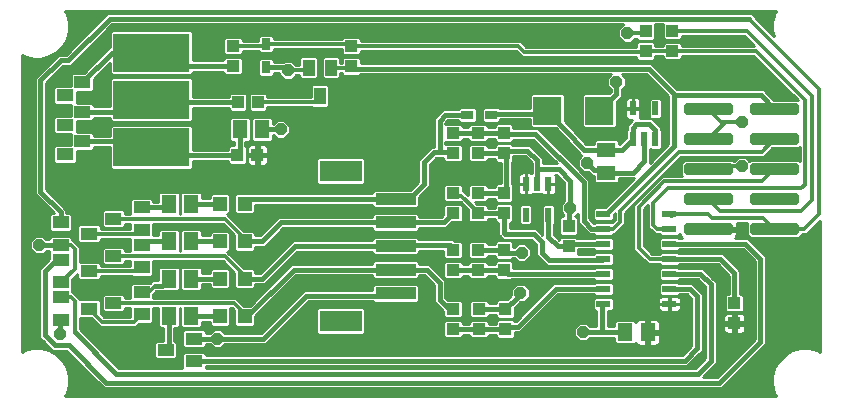
<source format=gbr>
G75*
G70*
%OFA0B0*%
%FSLAX24Y24*%
%IPPOS*%
%LPD*%
%AMOC8*
5,1,8,0,0,1.08239X$1,22.5*
%
%ADD10R,0.0433X0.0394*%
%ADD11R,0.0394X0.0433*%
%ADD12R,0.0472X0.0236*%
%ADD13R,0.0945X0.0945*%
%ADD14R,0.0591X0.0512*%
%ADD15C,0.0197*%
%ADD16R,0.0512X0.0591*%
%ADD17R,0.0551X0.0394*%
%ADD18R,0.0394X0.0551*%
%ADD19R,0.0472X0.0472*%
%ADD20R,0.0394X0.0315*%
%ADD21R,0.0217X0.0472*%
%ADD22R,0.1339X0.0394*%
%ADD23R,0.1417X0.0709*%
%ADD24R,0.0315X0.0394*%
%ADD25R,0.0571X0.0394*%
%ADD26R,0.2540X0.1280*%
%ADD27OC8,0.0396*%
%ADD28C,0.0160*%
%ADD29C,0.0120*%
%ADD30C,0.0100*%
D10*
X014948Y003135D03*
X015820Y003135D03*
X015820Y003804D03*
X014948Y003804D03*
X014948Y005107D03*
X015781Y005107D03*
X015781Y005777D03*
X014948Y005777D03*
X014948Y007001D03*
X015781Y007001D03*
X015781Y007670D03*
X014948Y007670D03*
X014948Y009013D03*
X015781Y009013D03*
X015781Y009682D03*
X014948Y009682D03*
X011565Y011899D03*
X011565Y012568D03*
X007620Y012574D03*
X007620Y011904D03*
X022266Y012414D03*
X022266Y013084D03*
X024332Y004001D03*
X024332Y003332D03*
D11*
X018804Y005899D03*
X018804Y006568D03*
X016658Y007001D03*
X016658Y007670D03*
X016658Y009013D03*
X016658Y009682D03*
X021377Y012414D03*
X021377Y013084D03*
X008449Y010699D03*
X007780Y010699D03*
X007765Y008944D03*
X008435Y008944D03*
X016658Y005777D03*
X016658Y005107D03*
X016697Y003804D03*
X016697Y003135D03*
D12*
X019965Y003983D03*
X019965Y004483D03*
X019965Y004983D03*
X019965Y005483D03*
X019965Y005983D03*
X019965Y006483D03*
X019965Y006983D03*
X022170Y006983D03*
X022170Y006483D03*
X022170Y005983D03*
X022170Y005483D03*
X022170Y004983D03*
X022170Y004483D03*
X022170Y003983D03*
D13*
X019835Y010412D03*
X018103Y010412D03*
D14*
X020068Y009107D03*
X020068Y008359D03*
D15*
X022746Y008566D02*
X024184Y008566D01*
X024184Y008368D01*
X022746Y008368D01*
X022746Y008566D01*
X022746Y008564D02*
X024184Y008564D01*
X024946Y008566D02*
X026384Y008566D01*
X026384Y008368D01*
X024946Y008368D01*
X024946Y008566D01*
X024946Y008564D02*
X026384Y008564D01*
X026384Y009566D02*
X024946Y009566D01*
X026384Y009566D02*
X026384Y009368D01*
X024946Y009368D01*
X024946Y009566D01*
X024946Y009564D02*
X026384Y009564D01*
X026384Y010566D02*
X024946Y010566D01*
X026384Y010566D02*
X026384Y010368D01*
X024946Y010368D01*
X024946Y010566D01*
X024946Y010564D02*
X026384Y010564D01*
X024184Y010566D02*
X022746Y010566D01*
X024184Y010566D02*
X024184Y010368D01*
X022746Y010368D01*
X022746Y010566D01*
X022746Y010564D02*
X024184Y010564D01*
X024184Y009566D02*
X022746Y009566D01*
X024184Y009566D02*
X024184Y009368D01*
X022746Y009368D01*
X022746Y009566D01*
X022746Y009564D02*
X024184Y009564D01*
X024184Y007566D02*
X022746Y007566D01*
X024184Y007566D02*
X024184Y007368D01*
X022746Y007368D01*
X022746Y007566D01*
X022746Y007564D02*
X024184Y007564D01*
X024946Y007566D02*
X026384Y007566D01*
X026384Y007368D01*
X024946Y007368D01*
X024946Y007566D01*
X024946Y007564D02*
X026384Y007564D01*
X026384Y006566D02*
X024946Y006566D01*
X026384Y006566D02*
X026384Y006368D01*
X024946Y006368D01*
X024946Y006566D01*
X024946Y006564D02*
X026384Y006564D01*
X024184Y006566D02*
X022746Y006566D01*
X024184Y006566D02*
X024184Y006368D01*
X022746Y006368D01*
X022746Y006566D01*
X022746Y006564D02*
X024184Y006564D01*
D16*
X021442Y003036D03*
X020694Y003036D03*
X008594Y009794D03*
X007846Y009794D03*
X006224Y007320D03*
X005476Y007320D03*
X005476Y006070D03*
X006224Y006070D03*
X006224Y004820D03*
X005476Y004820D03*
X005476Y003570D03*
X006224Y003570D03*
D17*
X006322Y002819D03*
X005378Y002445D03*
X006322Y002071D03*
X004572Y003631D03*
X003628Y004005D03*
X002822Y003820D03*
X001878Y004194D03*
X001878Y004696D03*
X002822Y005070D03*
X003628Y005570D03*
X004572Y005944D03*
X004572Y006446D03*
X003628Y006820D03*
X002822Y006320D03*
X001878Y006694D03*
X001878Y005946D03*
X001878Y005444D03*
X004572Y005196D03*
X004572Y004379D03*
X001878Y003446D03*
X004572Y007194D03*
D18*
X010512Y010908D03*
X010138Y011852D03*
X010886Y011852D03*
D19*
X008013Y007320D03*
X007187Y007320D03*
X007187Y006070D03*
X008013Y006070D03*
X008013Y004820D03*
X007187Y004820D03*
X007187Y003570D03*
X008013Y003570D03*
D20*
X015437Y010283D03*
X016224Y010283D03*
D21*
X017377Y007979D03*
X017751Y007979D03*
X018125Y007979D03*
X018125Y006956D03*
X017377Y006956D03*
X020944Y009471D03*
X021318Y009471D03*
X021692Y009471D03*
X021692Y010495D03*
X020944Y010495D03*
D22*
X013047Y007481D03*
X013047Y006694D03*
X013047Y005907D03*
X013047Y005119D03*
X013047Y004332D03*
D23*
X011216Y003407D03*
X011216Y008407D03*
D24*
X008712Y011861D03*
X008712Y012649D03*
D25*
X002600Y011364D03*
X002029Y010931D03*
X002600Y010380D03*
X002029Y009947D03*
X002600Y009396D03*
X002029Y008963D03*
D26*
X004898Y009204D03*
X004898Y010779D03*
X004898Y012353D03*
D27*
X009450Y011763D03*
X009204Y009794D03*
X001153Y005938D03*
X001850Y002984D03*
X007100Y002820D03*
X017202Y004343D03*
X017242Y005692D03*
X018855Y007168D03*
X019416Y008680D03*
X020402Y011377D03*
X020769Y012993D03*
X024583Y010040D03*
X024583Y008564D03*
X019280Y003036D03*
D28*
X019928Y003036D01*
X019926Y003038D01*
X019926Y003983D01*
X019965Y003983D01*
X019965Y004483D02*
X018382Y004483D01*
X017119Y003220D01*
X016782Y003220D01*
X016697Y003135D01*
X015820Y003135D01*
X014948Y003135D01*
X014948Y003804D02*
X014811Y003804D01*
X014509Y004105D01*
X014509Y004686D01*
X014076Y005119D01*
X013047Y005119D01*
X009649Y005119D01*
X008100Y003570D01*
X007187Y003570D02*
X006224Y003570D01*
X005476Y003570D02*
X005476Y002504D01*
X006322Y002819D02*
X006323Y002820D01*
X007100Y002820D01*
X008628Y002820D01*
X010066Y004258D01*
X013465Y004258D01*
X013047Y004332D01*
X013047Y005119D02*
X013529Y005129D01*
X014948Y005107D02*
X015781Y005107D01*
X016658Y005107D01*
X016777Y004989D01*
X016771Y004983D01*
X019965Y004983D01*
X019926Y005444D02*
X019965Y005483D01*
X019926Y005444D02*
X018156Y005444D01*
X017920Y005680D01*
X017920Y006035D01*
X017644Y006310D01*
X016699Y006310D01*
X016650Y006359D01*
X016650Y007009D01*
X016658Y007001D01*
X015781Y007001D01*
X014948Y007001D02*
X014641Y006694D01*
X013047Y006694D01*
X009220Y006694D01*
X008596Y006070D01*
X008013Y006070D01*
X007187Y006070D02*
X006224Y006070D01*
X005476Y006070D02*
X004698Y006070D01*
X002822Y006320D02*
X002811Y006348D01*
X001878Y006694D02*
X001878Y007042D01*
X001202Y007718D01*
X001202Y011428D01*
X001872Y012098D01*
X002128Y012098D01*
X003515Y013485D01*
X024829Y013485D01*
X022318Y010983D02*
X021479Y011822D01*
X011641Y011822D01*
X011565Y011899D01*
X009450Y011861D02*
X009450Y011763D01*
X009450Y011861D02*
X008712Y011861D01*
X007620Y011904D02*
X004898Y011904D01*
X004898Y012353D01*
X003589Y012353D01*
X002600Y011364D01*
X002600Y010380D02*
X005144Y010380D01*
X005144Y011025D01*
X004898Y011025D01*
X004898Y010779D01*
X004898Y010699D01*
X007780Y010699D01*
X007846Y009794D02*
X007846Y009025D01*
X007765Y008944D02*
X007752Y008931D01*
X004898Y008931D01*
X004898Y009204D01*
X004898Y009396D01*
X002600Y009396D01*
X006224Y007320D02*
X007187Y007320D01*
X008013Y007320D02*
X008175Y007481D01*
X013047Y007481D01*
X013539Y007533D01*
X013435Y007429D01*
X013539Y007533D02*
X013985Y007979D01*
X013985Y008699D01*
X014313Y009027D01*
X014509Y009027D01*
X014509Y010090D01*
X014702Y010283D01*
X015437Y010283D01*
X016224Y010283D02*
X016263Y010322D01*
X018099Y010322D01*
X018103Y010412D01*
X019314Y009107D01*
X020068Y009107D01*
X020579Y009107D01*
X020944Y009471D01*
X020944Y009859D01*
X021068Y009983D01*
X021488Y009983D01*
X021514Y009957D02*
X021692Y009780D01*
X021692Y009471D01*
X021318Y009471D02*
X021318Y008733D01*
X020944Y008359D01*
X020068Y008359D01*
X019997Y008430D01*
X019666Y008430D01*
X019416Y008680D01*
X018855Y008092D02*
X018471Y008475D01*
X017762Y008475D01*
X017762Y008765D01*
X017436Y009092D01*
X016894Y009092D01*
X016658Y009013D01*
X015781Y009013D01*
X014948Y009013D02*
X014925Y009027D01*
X014509Y009027D01*
X014948Y009682D02*
X015781Y009682D01*
X016658Y009682D01*
X016861Y009637D01*
X017701Y009637D01*
X019304Y008035D01*
X019304Y006747D01*
X019568Y006483D01*
X019965Y006483D01*
X019965Y006983D02*
X020068Y006983D01*
X022318Y009233D01*
X022318Y010944D01*
X025224Y010944D01*
X025665Y010467D01*
X022318Y010944D02*
X022318Y010983D01*
X020402Y010979D02*
X020402Y011377D01*
X020402Y010979D02*
X019835Y010412D01*
X016732Y008974D02*
X016732Y007867D01*
X016658Y007670D01*
X015781Y007670D01*
X017751Y007979D02*
X017762Y008200D01*
X017762Y008475D01*
X016732Y008974D02*
X016658Y009013D01*
X018855Y008092D02*
X018855Y007168D01*
X018804Y007117D01*
X018804Y006568D01*
X018449Y005899D02*
X018125Y006224D01*
X018125Y006956D01*
X018449Y005899D02*
X018804Y005899D01*
X018888Y005983D01*
X019965Y005983D01*
X022170Y005983D02*
X024694Y005983D01*
X025194Y005483D01*
X025194Y002725D01*
X023828Y001359D01*
X003398Y001359D01*
X002147Y002609D01*
X001675Y002609D01*
X001350Y002934D01*
X001350Y005070D01*
X001724Y005444D01*
X001878Y005444D01*
X001878Y005946D02*
X001161Y005946D01*
X001153Y005938D01*
X004572Y007194D02*
X005350Y007194D01*
X008600Y004820D02*
X009687Y005907D01*
X013047Y005907D01*
X013576Y005944D01*
X014860Y005944D01*
X014948Y005777D01*
X015781Y005777D02*
X016658Y005777D01*
X016743Y005692D01*
X017242Y005692D01*
X017202Y004343D02*
X017113Y004220D01*
X016697Y003804D01*
X015820Y003804D01*
X013502Y005944D02*
X013047Y005907D01*
X013047Y006694D02*
X013529Y006704D01*
X008600Y004820D02*
X008100Y004820D01*
X008013Y004907D01*
X007187Y004820D02*
X006224Y004820D01*
X005476Y004820D02*
X005240Y004584D01*
X005013Y004584D01*
X002350Y003036D02*
X003737Y001648D01*
X023109Y001648D01*
X023551Y002090D01*
X023551Y004627D01*
X023194Y004983D01*
X022170Y004983D01*
X022170Y004483D02*
X022840Y004483D01*
X023090Y004233D01*
X023090Y002502D01*
X022678Y002090D01*
X006341Y002090D01*
X006322Y002071D01*
X001850Y002984D02*
X001850Y003379D01*
X001878Y003446D01*
X008594Y009794D02*
X009204Y009794D01*
X022170Y006983D02*
X022209Y006944D01*
X022170Y005483D02*
X023850Y005483D01*
X024337Y004996D01*
X024337Y004006D01*
X024332Y004001D01*
X020694Y003036D02*
X019928Y003036D01*
D29*
X021512Y005483D02*
X022170Y005483D01*
X021512Y005483D02*
X021138Y005857D01*
X021138Y007211D01*
X022000Y008072D01*
X025270Y008072D01*
X025665Y008467D01*
X025254Y009056D02*
X022492Y009056D01*
X020523Y007088D01*
X020523Y006719D01*
X020288Y006483D01*
X019965Y006483D01*
X021631Y006596D02*
X021631Y007334D01*
X022123Y007826D01*
X026552Y007826D01*
X026675Y007949D01*
X026675Y010779D01*
X025039Y012414D01*
X022266Y012414D01*
X021377Y012414D01*
X021290Y012378D01*
X017324Y012378D01*
X017134Y012568D01*
X011565Y012568D01*
X011484Y012649D01*
X008712Y012649D01*
X008637Y012574D01*
X007620Y012574D01*
X009450Y011763D02*
X010049Y011763D01*
X010138Y011852D01*
X010886Y011852D02*
X011518Y011852D01*
X011565Y011899D01*
X010512Y010908D02*
X010304Y010699D01*
X008449Y010699D01*
X007846Y009025D02*
X007765Y008944D01*
X005476Y007320D02*
X005350Y007194D01*
X004572Y006446D02*
X004476Y006446D01*
X004350Y006320D01*
X003088Y006320D01*
X002811Y006348D01*
X002350Y005820D02*
X002224Y005946D01*
X001878Y005946D01*
X001791Y005820D01*
X002350Y005820D02*
X002350Y005129D01*
X001878Y004696D01*
X001878Y004194D02*
X002226Y004194D01*
X002350Y004070D01*
X002350Y003036D01*
X002822Y003820D02*
X003256Y003387D01*
X004328Y003387D01*
X004572Y003631D01*
X003628Y004005D02*
X007665Y004005D01*
X008013Y003657D01*
X008013Y003570D01*
X008100Y003570D01*
X008013Y004820D02*
X008013Y004907D01*
X007350Y005570D01*
X003628Y005570D01*
X002822Y005070D02*
X004446Y005070D01*
X004572Y005196D01*
X005013Y004584D02*
X004809Y004379D01*
X004572Y004379D01*
X004572Y005944D02*
X004698Y006070D01*
X003628Y006820D02*
X007350Y006820D01*
X008013Y006157D01*
X008013Y006070D01*
X005476Y002504D02*
X005378Y002445D01*
X014948Y007670D02*
X015039Y007580D01*
X015233Y007580D01*
X015781Y007032D01*
X015781Y007001D01*
X021631Y006596D02*
X021754Y006473D01*
X022159Y006473D01*
X022170Y006483D01*
X022170Y006983D02*
X023457Y006983D01*
X023599Y006842D01*
X025290Y006842D01*
X025665Y006467D01*
X026669Y006467D01*
X027167Y006965D01*
X027167Y011148D01*
X024829Y013485D01*
X024739Y013084D02*
X022266Y013084D01*
X021377Y013084D02*
X021344Y012993D01*
X020769Y012993D01*
X024739Y013084D02*
X026921Y010902D01*
X026921Y007457D01*
X026552Y007088D01*
X023844Y007088D01*
X023465Y007467D01*
X023465Y008467D02*
X023685Y008564D01*
X024583Y008564D01*
X025254Y009056D02*
X025665Y009467D01*
X024583Y010040D02*
X023891Y010040D01*
X023465Y010467D01*
X024038Y010040D02*
X024583Y010040D01*
X024038Y010040D02*
X023465Y009467D01*
D30*
X002091Y001011D02*
X002036Y000916D01*
X025723Y000916D01*
X025668Y001011D01*
X025595Y001286D01*
X025595Y001570D01*
X025668Y001845D01*
X025811Y002091D01*
X026012Y002292D01*
X026258Y002435D01*
X026533Y002508D01*
X026817Y002508D01*
X027092Y002435D01*
X027187Y002380D01*
X027187Y006744D01*
X026839Y006396D01*
X026739Y006297D01*
X026591Y006297D01*
X026591Y006282D01*
X026469Y006160D01*
X024860Y006160D01*
X024738Y006282D01*
X024738Y006651D01*
X024758Y006672D01*
X024408Y006672D01*
X024422Y006638D01*
X024431Y006590D01*
X024431Y006515D01*
X023513Y006515D01*
X023513Y006418D01*
X024431Y006418D01*
X024431Y006344D01*
X024422Y006296D01*
X024403Y006251D01*
X024376Y006210D01*
X024341Y006175D01*
X024339Y006173D01*
X024773Y006173D01*
X024884Y006062D01*
X025384Y005562D01*
X025384Y002647D01*
X025273Y002535D01*
X024018Y001280D01*
X024018Y001280D01*
X023906Y001169D01*
X003319Y001169D01*
X003208Y001280D01*
X003208Y001280D01*
X002069Y002419D01*
X001596Y002419D01*
X001271Y002744D01*
X001160Y002855D01*
X001160Y005149D01*
X001492Y005481D01*
X001492Y005686D01*
X001501Y005695D01*
X001492Y005704D01*
X001492Y005756D01*
X001407Y005756D01*
X001281Y005630D01*
X001026Y005630D01*
X000845Y005810D01*
X000845Y006066D01*
X001026Y006246D01*
X001281Y006246D01*
X001391Y006136D01*
X001492Y006136D01*
X001492Y006188D01*
X001556Y006253D01*
X002199Y006253D01*
X002263Y006188D01*
X002263Y006116D01*
X002294Y006116D01*
X002394Y006016D01*
X002520Y005890D01*
X002520Y005377D01*
X003144Y005377D01*
X003208Y005312D01*
X003208Y005240D01*
X004187Y005240D01*
X004187Y005400D01*
X004013Y005400D01*
X004013Y005328D01*
X003949Y005263D01*
X003306Y005263D01*
X003242Y005328D01*
X003242Y005812D01*
X003306Y005877D01*
X003949Y005877D01*
X004013Y005812D01*
X004013Y005740D01*
X004187Y005740D01*
X004187Y006150D01*
X003208Y006150D01*
X003208Y006078D01*
X003144Y006013D01*
X002501Y006013D01*
X002437Y006078D01*
X002437Y006562D01*
X002501Y006627D01*
X003144Y006627D01*
X003208Y006562D01*
X003208Y006490D01*
X004187Y006490D01*
X004187Y006650D01*
X004013Y006650D01*
X004013Y006578D01*
X003949Y006513D01*
X003306Y006513D01*
X003242Y006578D01*
X003242Y007062D01*
X003306Y007127D01*
X003949Y007127D01*
X004013Y007062D01*
X004013Y006990D01*
X004187Y006990D01*
X004187Y007436D01*
X004251Y007501D01*
X004894Y007501D01*
X004958Y007436D01*
X004958Y007384D01*
X005110Y007384D01*
X005110Y007661D01*
X005175Y007725D01*
X005777Y007725D01*
X005842Y007661D01*
X005842Y006990D01*
X005858Y006990D01*
X005858Y007661D01*
X005923Y007725D01*
X006525Y007725D01*
X006590Y007661D01*
X006590Y007510D01*
X006840Y007510D01*
X006840Y007602D01*
X006905Y007666D01*
X007468Y007666D01*
X007533Y007602D01*
X007533Y007038D01*
X007468Y006974D01*
X007437Y006974D01*
X007994Y006416D01*
X008295Y006416D01*
X008360Y006352D01*
X008360Y006260D01*
X008517Y006260D01*
X009030Y006773D01*
X009141Y006884D01*
X012268Y006884D01*
X012268Y006936D01*
X012332Y007001D01*
X013762Y007001D01*
X013826Y006936D01*
X013826Y006884D01*
X014563Y006884D01*
X014622Y006943D01*
X014622Y007243D01*
X014686Y007308D01*
X015211Y007308D01*
X015275Y007243D01*
X015275Y006759D01*
X015211Y006694D01*
X014910Y006694D01*
X014720Y006504D01*
X013826Y006504D01*
X013826Y006452D01*
X013762Y006387D01*
X012332Y006387D01*
X012268Y006452D01*
X012268Y006504D01*
X009299Y006504D01*
X008675Y005880D01*
X008360Y005880D01*
X008360Y005788D01*
X008295Y005724D01*
X007732Y005724D01*
X007667Y005788D01*
X007667Y006262D01*
X007280Y006650D01*
X004958Y006650D01*
X004958Y006260D01*
X005110Y006260D01*
X005110Y006411D01*
X005175Y006475D01*
X005777Y006475D01*
X005842Y006411D01*
X005842Y005740D01*
X005858Y005740D01*
X005858Y006411D01*
X005923Y006475D01*
X006525Y006475D01*
X006590Y006411D01*
X006590Y006260D01*
X006840Y006260D01*
X006840Y006352D01*
X006905Y006416D01*
X007468Y006416D01*
X007533Y006352D01*
X007533Y005788D01*
X007468Y005724D01*
X007437Y005724D01*
X007994Y005166D01*
X008295Y005166D01*
X008360Y005102D01*
X008360Y005010D01*
X008521Y005010D01*
X009608Y006097D01*
X012268Y006097D01*
X012268Y006149D01*
X012332Y006213D01*
X013762Y006213D01*
X013826Y006149D01*
X013826Y006134D01*
X014813Y006134D01*
X014840Y006149D01*
X014888Y006134D01*
X014939Y006134D01*
X014961Y006112D01*
X014991Y006102D01*
X015001Y006084D01*
X015211Y006084D01*
X015275Y006019D01*
X015275Y005534D01*
X015211Y005470D01*
X014686Y005470D01*
X014622Y005534D01*
X014622Y005754D01*
X013826Y005754D01*
X013826Y005664D01*
X013762Y005600D01*
X012332Y005600D01*
X012268Y005664D01*
X012268Y005717D01*
X009765Y005717D01*
X008679Y004630D01*
X008360Y004630D01*
X008360Y004538D01*
X008295Y004474D01*
X007732Y004474D01*
X007667Y004538D01*
X007667Y005012D01*
X007280Y005400D01*
X004958Y005400D01*
X004958Y004954D01*
X004894Y004889D01*
X004251Y004889D01*
X004240Y004900D01*
X003208Y004900D01*
X003208Y004828D01*
X003144Y004763D01*
X002501Y004763D01*
X002437Y004828D01*
X002437Y004975D01*
X002436Y004975D01*
X002437Y004975D02*
X002420Y004959D01*
X002416Y004959D01*
X002263Y004819D01*
X002263Y004454D01*
X002255Y004445D01*
X002263Y004436D01*
X002263Y004364D01*
X002296Y004364D01*
X002520Y004140D01*
X002520Y004127D01*
X003144Y004127D01*
X003208Y004062D01*
X003208Y003675D01*
X003326Y003557D01*
X004187Y003557D01*
X004187Y003835D01*
X004013Y003835D01*
X004013Y003763D01*
X003949Y003698D01*
X003306Y003698D01*
X003242Y003763D01*
X003242Y004247D01*
X003306Y004312D01*
X003949Y004312D01*
X004013Y004247D01*
X004013Y004175D01*
X004187Y004175D01*
X004187Y004621D01*
X004251Y004686D01*
X004847Y004686D01*
X004935Y004774D01*
X005110Y004774D01*
X005110Y005161D01*
X005175Y005225D01*
X005777Y005225D01*
X005842Y005161D01*
X005842Y004479D01*
X005777Y004415D01*
X005339Y004415D01*
X005318Y004394D01*
X005064Y004394D01*
X004958Y004288D01*
X004958Y004175D01*
X007735Y004175D01*
X007994Y003916D01*
X008178Y003916D01*
X009459Y005198D01*
X009571Y005309D01*
X012268Y005309D01*
X012268Y005362D01*
X012332Y005426D01*
X013762Y005426D01*
X013826Y005362D01*
X013826Y005309D01*
X014155Y005309D01*
X014588Y004876D01*
X014699Y004765D01*
X014699Y004184D01*
X014772Y004111D01*
X015211Y004111D01*
X015275Y004047D01*
X015275Y003562D01*
X015211Y003497D01*
X014686Y003497D01*
X014622Y003562D01*
X014622Y003724D01*
X014621Y003726D01*
X014319Y004027D01*
X014319Y004607D01*
X013998Y004929D01*
X013826Y004929D01*
X013826Y004877D01*
X013762Y004812D01*
X012332Y004812D01*
X012268Y004877D01*
X012268Y004929D01*
X009728Y004929D01*
X008360Y003561D01*
X008360Y003288D01*
X008295Y003224D01*
X007732Y003224D01*
X007667Y003288D01*
X007667Y003762D01*
X007595Y003835D01*
X007533Y003835D01*
X007533Y003288D01*
X007468Y003224D01*
X006905Y003224D01*
X006840Y003288D01*
X006840Y003380D01*
X006590Y003380D01*
X006590Y003229D01*
X006525Y003165D01*
X005923Y003165D01*
X005858Y003229D01*
X005858Y003835D01*
X005842Y003835D01*
X005842Y003229D01*
X005777Y003165D01*
X005666Y003165D01*
X005666Y002752D01*
X005699Y002752D01*
X005763Y002688D01*
X005763Y002203D01*
X005699Y002138D01*
X005056Y002138D01*
X004992Y002203D01*
X004992Y002688D01*
X005056Y002752D01*
X005286Y002752D01*
X005286Y003165D01*
X005175Y003165D01*
X005110Y003229D01*
X005110Y003835D01*
X004958Y003835D01*
X004958Y003389D01*
X004894Y003324D01*
X004506Y003324D01*
X004498Y003316D01*
X004399Y003217D01*
X003185Y003217D01*
X002889Y003513D01*
X002520Y003513D01*
X002520Y003134D01*
X003816Y001838D01*
X005937Y001838D01*
X005937Y002314D01*
X006001Y002378D01*
X006644Y002378D01*
X006708Y002314D01*
X006708Y002280D01*
X022599Y002280D01*
X022900Y002581D01*
X022900Y004155D01*
X022761Y004293D01*
X022490Y004293D01*
X022452Y004255D01*
X021888Y004255D01*
X021824Y004320D01*
X021824Y004647D01*
X021888Y004711D01*
X022452Y004711D01*
X022490Y004673D01*
X022919Y004673D01*
X023030Y004562D01*
X023280Y004312D01*
X023280Y002423D01*
X023169Y002312D01*
X022868Y002011D01*
X022756Y001900D01*
X006708Y001900D01*
X006708Y001838D01*
X023031Y001838D01*
X023361Y002168D01*
X023361Y004548D01*
X023116Y004793D01*
X022490Y004793D01*
X022452Y004755D01*
X021888Y004755D01*
X021824Y004820D01*
X021824Y005147D01*
X021888Y005211D01*
X022452Y005211D01*
X022490Y005173D01*
X023273Y005173D01*
X023629Y004817D01*
X023741Y004706D01*
X023741Y002011D01*
X023278Y001549D01*
X023749Y001549D01*
X025004Y002804D01*
X025004Y005405D01*
X024616Y005793D01*
X022490Y005793D01*
X022452Y005755D01*
X021888Y005755D01*
X021824Y005820D01*
X021824Y006147D01*
X021888Y006211D01*
X022452Y006211D01*
X022490Y006173D01*
X022591Y006173D01*
X022588Y006175D01*
X022553Y006210D01*
X022526Y006251D01*
X022507Y006296D01*
X022505Y006308D01*
X022452Y006255D01*
X021888Y006255D01*
X021841Y006303D01*
X021683Y006303D01*
X021560Y006426D01*
X021461Y006525D01*
X021461Y007292D01*
X021308Y007140D01*
X021308Y005928D01*
X021583Y005653D01*
X021830Y005653D01*
X021888Y005711D01*
X022452Y005711D01*
X022490Y005673D01*
X023929Y005673D01*
X024040Y005562D01*
X024527Y005075D01*
X024527Y004308D01*
X024594Y004308D01*
X024659Y004243D01*
X024659Y003759D01*
X024594Y003694D01*
X024070Y003694D01*
X024006Y003759D01*
X024006Y004243D01*
X024070Y004308D01*
X024147Y004308D01*
X024147Y004917D01*
X023771Y005293D01*
X022490Y005293D01*
X022452Y005255D01*
X021888Y005255D01*
X021830Y005313D01*
X021442Y005313D01*
X021342Y005413D01*
X020968Y005787D01*
X020968Y007281D01*
X021068Y007381D01*
X021929Y008242D01*
X022578Y008242D01*
X022538Y008282D01*
X022538Y008651D01*
X022660Y008773D01*
X024269Y008773D01*
X024309Y008734D01*
X024318Y008734D01*
X024456Y008872D01*
X024711Y008872D01*
X024835Y008748D01*
X024860Y008773D01*
X026469Y008773D01*
X026505Y008738D01*
X026505Y009195D01*
X026469Y009160D01*
X025598Y009160D01*
X025424Y008986D01*
X025325Y008886D01*
X022562Y008886D01*
X020693Y007017D01*
X020693Y006648D01*
X020458Y006413D01*
X020358Y006313D01*
X020305Y006313D01*
X020247Y006255D01*
X019683Y006255D01*
X019645Y006293D01*
X019489Y006293D01*
X019378Y006405D01*
X019114Y006668D01*
X019114Y006991D01*
X019017Y006895D01*
X019046Y006895D01*
X019111Y006830D01*
X019111Y006306D01*
X019046Y006241D01*
X018561Y006241D01*
X018497Y006306D01*
X018497Y006830D01*
X018561Y006895D01*
X018614Y006895D01*
X018614Y006974D01*
X018547Y007041D01*
X018547Y007296D01*
X018665Y007414D01*
X018665Y008013D01*
X018392Y008285D01*
X018366Y008285D01*
X018373Y008274D01*
X018383Y008235D01*
X018383Y007984D01*
X018129Y007984D01*
X018129Y007975D01*
X018383Y007975D01*
X018383Y007723D01*
X018373Y007685D01*
X018353Y007651D01*
X018325Y007623D01*
X018291Y007603D01*
X018253Y007593D01*
X018129Y007593D01*
X018129Y007975D01*
X018120Y007975D01*
X018120Y007593D01*
X017997Y007593D01*
X017958Y007603D01*
X017924Y007623D01*
X017909Y007638D01*
X017904Y007633D01*
X017597Y007633D01*
X017592Y007638D01*
X017577Y007623D01*
X017543Y007603D01*
X017505Y007593D01*
X017381Y007593D01*
X017381Y007975D01*
X017372Y007975D01*
X017118Y007975D01*
X017118Y007723D01*
X017129Y007685D01*
X017148Y007651D01*
X017176Y007623D01*
X017210Y007603D01*
X017249Y007593D01*
X017372Y007593D01*
X017372Y007975D01*
X017372Y007984D01*
X017372Y008366D01*
X017249Y008366D01*
X017210Y008355D01*
X017176Y008336D01*
X017148Y008308D01*
X017129Y008274D01*
X017118Y008235D01*
X017118Y007984D01*
X017372Y007984D01*
X017381Y007984D01*
X017381Y008366D01*
X017505Y008366D01*
X017543Y008355D01*
X017572Y008338D01*
X017572Y008686D01*
X017357Y008902D01*
X016965Y008902D01*
X016965Y008751D01*
X016922Y008708D01*
X016922Y007975D01*
X016965Y007932D01*
X016965Y007408D01*
X016900Y007344D01*
X016416Y007344D01*
X016351Y007408D01*
X016351Y007480D01*
X016108Y007480D01*
X016108Y007428D01*
X016043Y007364D01*
X015690Y007364D01*
X015745Y007308D01*
X016043Y007308D01*
X016108Y007243D01*
X016108Y007191D01*
X016351Y007191D01*
X016351Y007263D01*
X016416Y007328D01*
X016900Y007328D01*
X016965Y007263D01*
X016965Y006739D01*
X016900Y006675D01*
X016840Y006675D01*
X016840Y006500D01*
X017723Y006500D01*
X017935Y006288D01*
X017935Y006646D01*
X017906Y006674D01*
X017906Y007238D01*
X017971Y007302D01*
X018278Y007302D01*
X018343Y007238D01*
X018343Y006674D01*
X018315Y006646D01*
X018315Y006302D01*
X018497Y006120D01*
X018497Y006161D01*
X018561Y006225D01*
X019046Y006225D01*
X019098Y006173D01*
X019645Y006173D01*
X019683Y006211D01*
X020247Y006211D01*
X020311Y006147D01*
X020311Y005820D01*
X020247Y005755D01*
X019683Y005755D01*
X019645Y005793D01*
X019111Y005793D01*
X019111Y005637D01*
X019108Y005634D01*
X019619Y005634D01*
X019619Y005647D01*
X019683Y005711D01*
X020247Y005711D01*
X020311Y005647D01*
X020311Y005320D01*
X020247Y005255D01*
X020006Y005255D01*
X020004Y005254D01*
X018077Y005254D01*
X017966Y005365D01*
X017730Y005601D01*
X017730Y005956D01*
X017566Y006120D01*
X016621Y006120D01*
X016509Y006231D01*
X016460Y006281D01*
X016460Y006675D01*
X016416Y006675D01*
X016351Y006739D01*
X016351Y006811D01*
X016108Y006811D01*
X016108Y006759D01*
X016043Y006694D01*
X015519Y006694D01*
X015455Y006759D01*
X015455Y007118D01*
X015209Y007364D01*
X014686Y007364D01*
X014622Y007428D01*
X014622Y007913D01*
X014686Y007977D01*
X015211Y007977D01*
X015275Y007913D01*
X015275Y007750D01*
X015303Y007750D01*
X015455Y007599D01*
X015455Y007913D01*
X015519Y007977D01*
X016043Y007977D01*
X016108Y007913D01*
X016108Y007860D01*
X016351Y007860D01*
X016351Y007932D01*
X016416Y007997D01*
X016542Y007997D01*
X016542Y008686D01*
X016416Y008686D01*
X016351Y008751D01*
X016351Y008823D01*
X016108Y008823D01*
X016108Y008770D01*
X016043Y008706D01*
X015519Y008706D01*
X015455Y008770D01*
X015455Y009255D01*
X015519Y009320D01*
X016043Y009320D01*
X016108Y009255D01*
X016108Y009203D01*
X016351Y009203D01*
X016351Y009275D01*
X016416Y009339D01*
X016900Y009339D01*
X016958Y009282D01*
X017514Y009282D01*
X017626Y009170D01*
X017952Y008844D01*
X017952Y008665D01*
X018404Y008665D01*
X017623Y009447D01*
X016965Y009447D01*
X016965Y009420D01*
X016900Y009356D01*
X016416Y009356D01*
X016351Y009420D01*
X016351Y009492D01*
X016108Y009492D01*
X016108Y009440D01*
X016043Y009375D01*
X015519Y009375D01*
X015455Y009440D01*
X015455Y009492D01*
X015275Y009492D01*
X015275Y009440D01*
X015211Y009375D01*
X014699Y009375D01*
X014699Y009320D01*
X015211Y009320D01*
X015275Y009255D01*
X015275Y008770D01*
X015211Y008706D01*
X014686Y008706D01*
X014622Y008770D01*
X014622Y008837D01*
X014391Y008837D01*
X014175Y008620D01*
X014175Y007900D01*
X014063Y007789D01*
X013826Y007551D01*
X013826Y007239D01*
X013762Y007175D01*
X012332Y007175D01*
X012268Y007239D01*
X012268Y007291D01*
X008360Y007291D01*
X008360Y007038D01*
X008295Y006974D01*
X007732Y006974D01*
X007667Y007038D01*
X007667Y007602D01*
X007732Y007666D01*
X008091Y007666D01*
X008096Y007671D01*
X012268Y007671D01*
X012268Y007724D01*
X012332Y007788D01*
X013526Y007788D01*
X013795Y008057D01*
X013795Y008777D01*
X014123Y009105D01*
X014234Y009217D01*
X014319Y009217D01*
X014319Y010168D01*
X014624Y010473D01*
X015130Y010473D01*
X015130Y010486D01*
X015194Y010550D01*
X015679Y010550D01*
X015743Y010486D01*
X015743Y010080D01*
X015679Y010015D01*
X015194Y010015D01*
X015130Y010080D01*
X015130Y010093D01*
X014781Y010093D01*
X014699Y010011D01*
X014699Y009989D01*
X015211Y009989D01*
X015275Y009925D01*
X015275Y009872D01*
X015455Y009872D01*
X015455Y009925D01*
X015519Y009989D01*
X016043Y009989D01*
X016108Y009925D01*
X016108Y009872D01*
X016351Y009872D01*
X016351Y009944D01*
X016416Y010009D01*
X016900Y010009D01*
X016965Y009944D01*
X016965Y009827D01*
X017780Y009827D01*
X019382Y008225D01*
X019494Y008113D01*
X019494Y006826D01*
X019646Y006674D01*
X019683Y006711D01*
X020247Y006711D01*
X020261Y006697D01*
X020353Y006789D01*
X020353Y007000D01*
X020311Y006959D01*
X020311Y006820D01*
X020247Y006755D01*
X019683Y006755D01*
X019619Y006820D01*
X019619Y007147D01*
X019683Y007211D01*
X020027Y007211D01*
X020985Y008169D01*
X020473Y008169D01*
X020473Y008058D01*
X020408Y007993D01*
X019727Y007993D01*
X019662Y008058D01*
X019662Y008240D01*
X019587Y008240D01*
X019476Y008351D01*
X019455Y008372D01*
X019288Y008372D01*
X019108Y008553D01*
X019108Y008808D01*
X019224Y008924D01*
X019177Y008976D01*
X019124Y009029D01*
X019124Y009033D01*
X018384Y009830D01*
X017585Y009830D01*
X017521Y009894D01*
X017521Y010132D01*
X016531Y010132D01*
X016531Y010080D01*
X016466Y010015D01*
X015982Y010015D01*
X015917Y010080D01*
X015917Y010486D01*
X015982Y010550D01*
X016466Y010550D01*
X016505Y010512D01*
X017521Y010512D01*
X017521Y010930D01*
X017585Y010995D01*
X018621Y010995D01*
X018685Y010930D01*
X018685Y010064D01*
X019396Y009297D01*
X019662Y009297D01*
X019662Y009409D01*
X019727Y009473D01*
X020408Y009473D01*
X020473Y009409D01*
X020473Y009297D01*
X020501Y009297D01*
X020725Y009522D01*
X020725Y009753D01*
X020754Y009782D01*
X020754Y009938D01*
X020878Y010062D01*
X020924Y010109D01*
X020815Y010109D01*
X020777Y010119D01*
X020743Y010139D01*
X020715Y010167D01*
X020695Y010201D01*
X020685Y010239D01*
X020685Y010491D01*
X020418Y010491D01*
X020418Y010589D02*
X020685Y010589D01*
X020685Y010499D02*
X020939Y010499D01*
X020939Y010491D01*
X020685Y010491D01*
X020685Y010499D02*
X020685Y010751D01*
X020695Y010789D01*
X020715Y010824D01*
X020743Y010851D01*
X020777Y010871D01*
X020815Y010881D01*
X020939Y010881D01*
X020939Y010499D01*
X020948Y010499D01*
X021202Y010499D01*
X021202Y010751D01*
X021192Y010789D01*
X021172Y010824D01*
X021144Y010851D01*
X021110Y010871D01*
X021072Y010881D01*
X020948Y010881D01*
X020948Y010499D01*
X020948Y010491D01*
X021202Y010491D01*
X021473Y010491D01*
X021473Y010589D02*
X021202Y010589D01*
X021202Y010491D02*
X021202Y010239D01*
X021192Y010201D01*
X021176Y010173D01*
X021513Y010173D01*
X021473Y010213D01*
X021473Y010777D01*
X021538Y010841D01*
X021845Y010841D01*
X021910Y010777D01*
X021910Y010213D01*
X021845Y010149D01*
X021591Y010149D01*
X021678Y010062D01*
X021678Y010062D01*
X021882Y009858D01*
X021882Y009782D01*
X021910Y009753D01*
X021910Y009190D01*
X021845Y009125D01*
X021538Y009125D01*
X021508Y009155D01*
X021508Y008692D01*
X022128Y009312D01*
X022128Y010905D01*
X021400Y011632D01*
X020583Y011632D01*
X020710Y011505D01*
X020710Y011249D01*
X020592Y011131D01*
X020592Y010901D01*
X020481Y010789D01*
X020418Y010726D01*
X020418Y009894D01*
X020353Y009830D01*
X019317Y009830D01*
X019253Y009894D01*
X019253Y010930D01*
X019317Y010995D01*
X020149Y010995D01*
X020212Y011058D01*
X020212Y011131D01*
X020094Y011249D01*
X020094Y011505D01*
X020221Y011632D01*
X011867Y011632D01*
X011827Y011592D01*
X011302Y011592D01*
X011238Y011656D01*
X011238Y011682D01*
X011193Y011682D01*
X011193Y011531D01*
X011129Y011467D01*
X010644Y011467D01*
X010580Y011531D01*
X010580Y012174D01*
X010644Y012238D01*
X011129Y012238D01*
X011193Y012174D01*
X011193Y012022D01*
X011238Y012022D01*
X011238Y012141D01*
X011302Y012206D01*
X011827Y012206D01*
X011891Y012141D01*
X011891Y012012D01*
X021558Y012012D01*
X022436Y011134D01*
X025150Y011134D01*
X025153Y011137D01*
X025228Y011134D01*
X025303Y011134D01*
X025306Y011131D01*
X025310Y011131D01*
X025361Y011076D01*
X025414Y011023D01*
X025414Y011018D01*
X025640Y010773D01*
X026440Y010773D01*
X024969Y012244D01*
X022593Y012244D01*
X022593Y012172D01*
X022528Y012108D01*
X022004Y012108D01*
X021940Y012172D01*
X021940Y012244D01*
X021683Y012244D01*
X021683Y012152D01*
X021619Y012088D01*
X021134Y012088D01*
X021070Y012152D01*
X021070Y012208D01*
X017254Y012208D01*
X017064Y012398D01*
X011891Y012398D01*
X011891Y012326D01*
X011827Y012261D01*
X011302Y012261D01*
X011238Y012326D01*
X011238Y012479D01*
X008980Y012479D01*
X008980Y012406D01*
X008915Y012342D01*
X008509Y012342D01*
X008448Y012404D01*
X007947Y012404D01*
X007947Y012331D01*
X007882Y012267D01*
X007358Y012267D01*
X007294Y012331D01*
X007294Y012816D01*
X007358Y012880D01*
X007882Y012880D01*
X007947Y012816D01*
X007947Y012744D01*
X008445Y012744D01*
X008445Y012891D01*
X008509Y012956D01*
X008915Y012956D01*
X008980Y012891D01*
X008980Y012819D01*
X011246Y012819D01*
X011302Y012875D01*
X011827Y012875D01*
X011891Y012810D01*
X011891Y012738D01*
X017205Y012738D01*
X017304Y012638D01*
X017395Y012548D01*
X021070Y012548D01*
X021070Y012677D01*
X021134Y012741D01*
X021619Y012741D01*
X021683Y012677D01*
X021683Y012584D01*
X021940Y012584D01*
X021940Y012657D01*
X022004Y012721D01*
X022528Y012721D01*
X022593Y012657D01*
X022593Y012584D01*
X024998Y012584D01*
X024668Y012914D01*
X022593Y012914D01*
X022593Y012841D01*
X022528Y012777D01*
X022004Y012777D01*
X021940Y012841D01*
X021940Y013295D01*
X021683Y013295D01*
X021683Y012822D01*
X021619Y012757D01*
X021134Y012757D01*
X021070Y012822D01*
X021070Y012823D01*
X021035Y012823D01*
X020897Y012685D01*
X020642Y012685D01*
X020461Y012866D01*
X020461Y013121D01*
X020636Y013295D01*
X003594Y013295D01*
X002206Y011908D01*
X001950Y011908D01*
X001392Y011350D01*
X001392Y007796D01*
X002068Y007121D01*
X002068Y007001D01*
X002199Y007001D01*
X002263Y006936D01*
X002263Y006452D01*
X002199Y006387D01*
X001556Y006387D01*
X001492Y006452D01*
X001492Y006936D01*
X001556Y007001D01*
X001650Y007001D01*
X001012Y007639D01*
X001012Y011507D01*
X001124Y011618D01*
X001793Y012288D01*
X002049Y012288D01*
X003325Y013564D01*
X003437Y013675D01*
X024908Y013675D01*
X025019Y013564D01*
X025019Y013536D01*
X025645Y012910D01*
X025595Y013097D01*
X025595Y013381D01*
X025668Y013656D01*
X025723Y013751D01*
X002036Y013751D01*
X002091Y013656D01*
X002164Y013381D01*
X002164Y013097D01*
X002091Y012822D01*
X001948Y012576D01*
X001747Y012375D01*
X001501Y012233D01*
X001226Y012159D01*
X000942Y012159D01*
X000667Y012233D01*
X000572Y012288D01*
X000572Y002380D01*
X000667Y002435D01*
X000942Y002508D01*
X001226Y002508D01*
X001501Y002435D01*
X001747Y002292D01*
X001948Y002091D01*
X002091Y001845D01*
X002164Y001570D01*
X002164Y001286D01*
X002091Y001011D01*
X002097Y001035D02*
X025662Y001035D01*
X025636Y001133D02*
X002123Y001133D01*
X002150Y001232D02*
X003256Y001232D01*
X003157Y001330D02*
X002164Y001330D01*
X002164Y001429D02*
X003059Y001429D01*
X002960Y001527D02*
X002164Y001527D01*
X002149Y001626D02*
X002862Y001626D01*
X002763Y001724D02*
X002123Y001724D01*
X002096Y001823D02*
X002665Y001823D01*
X002566Y001921D02*
X002046Y001921D01*
X001990Y002020D02*
X002468Y002020D01*
X002369Y002118D02*
X001921Y002118D01*
X001823Y002217D02*
X002271Y002217D01*
X002172Y002315D02*
X001707Y002315D01*
X001537Y002414D02*
X002074Y002414D01*
X001503Y002512D02*
X000572Y002512D01*
X000572Y002414D02*
X000632Y002414D01*
X000572Y002611D02*
X001404Y002611D01*
X001306Y002709D02*
X000572Y002709D01*
X000572Y002808D02*
X001207Y002808D01*
X001160Y002906D02*
X000572Y002906D01*
X000572Y003005D02*
X001160Y003005D01*
X001160Y003103D02*
X000572Y003103D01*
X000572Y003202D02*
X001160Y003202D01*
X001160Y003300D02*
X000572Y003300D01*
X000572Y003399D02*
X001160Y003399D01*
X001160Y003497D02*
X000572Y003497D01*
X000572Y003596D02*
X001160Y003596D01*
X001160Y003694D02*
X000572Y003694D01*
X000572Y003793D02*
X001160Y003793D01*
X001160Y003891D02*
X000572Y003891D01*
X000572Y003990D02*
X001160Y003990D01*
X001160Y004088D02*
X000572Y004088D01*
X000572Y004187D02*
X001160Y004187D01*
X001160Y004285D02*
X000572Y004285D01*
X000572Y004384D02*
X001160Y004384D01*
X001160Y004482D02*
X000572Y004482D01*
X000572Y004581D02*
X001160Y004581D01*
X001160Y004679D02*
X000572Y004679D01*
X000572Y004778D02*
X001160Y004778D01*
X001160Y004876D02*
X000572Y004876D01*
X000572Y004975D02*
X001160Y004975D01*
X001160Y005073D02*
X000572Y005073D01*
X000572Y005172D02*
X001183Y005172D01*
X001282Y005270D02*
X000572Y005270D01*
X000572Y005369D02*
X001380Y005369D01*
X001479Y005467D02*
X000572Y005467D01*
X000572Y005566D02*
X001492Y005566D01*
X001492Y005664D02*
X001315Y005664D01*
X000991Y005664D02*
X000572Y005664D01*
X000572Y005763D02*
X000892Y005763D01*
X000845Y005861D02*
X000572Y005861D01*
X000572Y005960D02*
X000845Y005960D01*
X000845Y006058D02*
X000572Y006058D01*
X000572Y006157D02*
X000936Y006157D01*
X000572Y006255D02*
X002437Y006255D01*
X002437Y006157D02*
X002263Y006157D01*
X002352Y006058D02*
X002456Y006058D01*
X002450Y005960D02*
X004187Y005960D01*
X004187Y006058D02*
X003189Y006058D01*
X003291Y005861D02*
X002520Y005861D01*
X002520Y005763D02*
X003242Y005763D01*
X003242Y005664D02*
X002520Y005664D01*
X002520Y005566D02*
X003242Y005566D01*
X003242Y005467D02*
X002520Y005467D01*
X003151Y005369D02*
X003242Y005369D01*
X003208Y005270D02*
X003299Y005270D01*
X003208Y004876D02*
X005110Y004876D01*
X005110Y004778D02*
X003158Y004778D01*
X002486Y004778D02*
X002263Y004778D01*
X002263Y004679D02*
X004245Y004679D01*
X004187Y004581D02*
X002263Y004581D01*
X002263Y004482D02*
X004187Y004482D01*
X004187Y004384D02*
X002263Y004384D01*
X002375Y004285D02*
X003280Y004285D01*
X003242Y004187D02*
X002473Y004187D01*
X003182Y004088D02*
X003242Y004088D01*
X003242Y003990D02*
X003208Y003990D01*
X003208Y003891D02*
X003242Y003891D01*
X003242Y003793D02*
X003208Y003793D01*
X003208Y003694D02*
X004187Y003694D01*
X004187Y003596D02*
X003287Y003596D01*
X002905Y003497D02*
X002520Y003497D01*
X002520Y003399D02*
X003003Y003399D01*
X003102Y003300D02*
X002520Y003300D01*
X002520Y003202D02*
X005137Y003202D01*
X005110Y003300D02*
X004482Y003300D01*
X004958Y003399D02*
X005110Y003399D01*
X005110Y003497D02*
X004958Y003497D01*
X004958Y003596D02*
X005110Y003596D01*
X005110Y003694D02*
X004958Y003694D01*
X004958Y003793D02*
X005110Y003793D01*
X004958Y004187D02*
X008448Y004187D01*
X008350Y004088D02*
X007822Y004088D01*
X007920Y003990D02*
X008251Y003990D01*
X008592Y003793D02*
X009332Y003793D01*
X009430Y003891D02*
X008690Y003891D01*
X008789Y003990D02*
X009529Y003990D01*
X009627Y004088D02*
X008887Y004088D01*
X008986Y004187D02*
X009726Y004187D01*
X009824Y004285D02*
X009084Y004285D01*
X009183Y004384D02*
X009923Y004384D01*
X009987Y004448D02*
X008549Y003010D01*
X007346Y003010D01*
X007228Y003128D01*
X006972Y003128D01*
X006854Y003010D01*
X006708Y003010D01*
X006708Y003062D01*
X006644Y003126D01*
X006001Y003126D01*
X005937Y003062D01*
X005937Y002577D01*
X006001Y002512D01*
X006644Y002512D01*
X006708Y002577D01*
X006708Y002630D01*
X006854Y002630D01*
X006972Y002512D01*
X007228Y002512D01*
X007346Y002630D01*
X008706Y002630D01*
X008818Y002741D01*
X010144Y004068D01*
X012289Y004068D01*
X012332Y004025D01*
X013762Y004025D01*
X013826Y004089D01*
X013826Y004574D01*
X013762Y004639D01*
X012332Y004639D01*
X012268Y004574D01*
X012268Y004448D01*
X009987Y004448D01*
X009478Y004679D02*
X014247Y004679D01*
X014319Y004581D02*
X013819Y004581D01*
X013826Y004482D02*
X014319Y004482D01*
X014319Y004384D02*
X013826Y004384D01*
X013826Y004285D02*
X014319Y004285D01*
X014319Y004187D02*
X013826Y004187D01*
X013825Y004088D02*
X014319Y004088D01*
X014356Y003990D02*
X010066Y003990D01*
X009968Y003891D02*
X014455Y003891D01*
X014553Y003793D02*
X012035Y003793D01*
X012035Y003806D02*
X011970Y003871D01*
X010462Y003871D01*
X010397Y003806D01*
X010397Y003007D01*
X010462Y002942D01*
X011970Y002942D01*
X012035Y003007D01*
X012035Y003806D01*
X012035Y003694D02*
X014622Y003694D01*
X014622Y003596D02*
X012035Y003596D01*
X012035Y003497D02*
X014686Y003497D01*
X014686Y003442D02*
X014622Y003377D01*
X014622Y002893D01*
X014686Y002828D01*
X015211Y002828D01*
X015275Y002893D01*
X015275Y002945D01*
X015494Y002945D01*
X015494Y002893D01*
X015558Y002828D01*
X016083Y002828D01*
X016147Y002893D01*
X016147Y002945D01*
X016391Y002945D01*
X016391Y002873D01*
X016455Y002808D01*
X016940Y002808D01*
X017004Y002873D01*
X017004Y003030D01*
X017197Y003030D01*
X018461Y004293D01*
X019645Y004293D01*
X019683Y004255D01*
X020247Y004255D01*
X020311Y004320D01*
X020311Y004647D01*
X020247Y004711D01*
X019683Y004711D01*
X019645Y004673D01*
X018304Y004673D01*
X018192Y004562D01*
X017040Y003410D01*
X016992Y003410D01*
X016940Y003461D01*
X016455Y003461D01*
X016391Y003397D01*
X016391Y003325D01*
X016147Y003325D01*
X016147Y003377D01*
X016083Y003442D01*
X015558Y003442D01*
X015494Y003377D01*
X015494Y003325D01*
X015275Y003325D01*
X015275Y003377D01*
X015211Y003442D01*
X014686Y003442D01*
X014644Y003399D02*
X012035Y003399D01*
X012035Y003300D02*
X014622Y003300D01*
X014622Y003202D02*
X012035Y003202D01*
X012035Y003103D02*
X014622Y003103D01*
X014622Y003005D02*
X012033Y003005D01*
X010399Y003005D02*
X009081Y003005D01*
X008983Y002906D02*
X014622Y002906D01*
X015275Y002906D02*
X015494Y002906D01*
X015516Y003399D02*
X015253Y003399D01*
X015211Y003497D02*
X015558Y003497D01*
X016083Y003497D01*
X016147Y003562D01*
X016147Y003614D01*
X016391Y003614D01*
X016391Y003542D01*
X016455Y003478D01*
X016940Y003478D01*
X017004Y003542D01*
X017004Y003842D01*
X017196Y004034D01*
X017330Y004034D01*
X017510Y004215D01*
X017510Y004470D01*
X017330Y004651D01*
X017075Y004651D01*
X016894Y004470D01*
X016894Y004270D01*
X016755Y004131D01*
X016455Y004131D01*
X016391Y004066D01*
X016391Y003994D01*
X016147Y003994D01*
X016147Y004047D01*
X016083Y004111D01*
X015558Y004111D01*
X015494Y004047D01*
X015494Y003562D01*
X015558Y003497D01*
X015494Y003596D02*
X015275Y003596D01*
X015275Y003694D02*
X015494Y003694D01*
X015494Y003793D02*
X015275Y003793D01*
X015275Y003891D02*
X015494Y003891D01*
X015494Y003990D02*
X015275Y003990D01*
X015233Y004088D02*
X015536Y004088D01*
X016105Y004088D02*
X016413Y004088D01*
X016812Y004187D02*
X014699Y004187D01*
X014699Y004285D02*
X016894Y004285D01*
X016894Y004384D02*
X014699Y004384D01*
X014699Y004482D02*
X016907Y004482D01*
X017005Y004581D02*
X014699Y004581D01*
X014699Y004679D02*
X019651Y004679D01*
X019683Y004755D02*
X020247Y004755D01*
X020311Y004820D01*
X020311Y005147D01*
X020247Y005211D01*
X019683Y005211D01*
X019645Y005173D01*
X016965Y005173D01*
X016965Y005369D01*
X017962Y005369D01*
X017864Y005467D02*
X017453Y005467D01*
X017369Y005384D02*
X017114Y005384D01*
X016996Y005502D01*
X016952Y005502D01*
X016900Y005450D01*
X016416Y005450D01*
X016351Y005515D01*
X016351Y005587D01*
X016108Y005587D01*
X016108Y005534D01*
X016043Y005470D01*
X015519Y005470D01*
X015455Y005534D01*
X015455Y006019D01*
X015519Y006084D01*
X016043Y006084D01*
X016108Y006019D01*
X016108Y005967D01*
X016351Y005967D01*
X016351Y006039D01*
X016416Y006103D01*
X016900Y006103D01*
X016965Y006039D01*
X016965Y005882D01*
X016996Y005882D01*
X017114Y006000D01*
X017369Y006000D01*
X017550Y005820D01*
X017550Y005564D01*
X017369Y005384D01*
X017550Y005566D02*
X017765Y005566D01*
X017730Y005664D02*
X017550Y005664D01*
X017550Y005763D02*
X017730Y005763D01*
X017730Y005861D02*
X017508Y005861D01*
X017409Y005960D02*
X017726Y005960D01*
X017627Y006058D02*
X016945Y006058D01*
X016965Y005960D02*
X017074Y005960D01*
X016584Y006157D02*
X013818Y006157D01*
X013826Y006452D02*
X016460Y006452D01*
X016460Y006354D02*
X009149Y006354D01*
X009247Y006452D02*
X012268Y006452D01*
X012276Y006157D02*
X008952Y006157D01*
X009050Y006255D02*
X016485Y006255D01*
X016371Y006058D02*
X016068Y006058D01*
X015494Y006058D02*
X015236Y006058D01*
X015275Y005960D02*
X015455Y005960D01*
X015455Y005861D02*
X015275Y005861D01*
X015275Y005763D02*
X015455Y005763D01*
X015455Y005664D02*
X015275Y005664D01*
X015275Y005566D02*
X015455Y005566D01*
X015519Y005414D02*
X015455Y005350D01*
X015455Y005297D01*
X015275Y005297D01*
X015275Y005350D01*
X015211Y005414D01*
X014686Y005414D01*
X014622Y005350D01*
X014622Y004865D01*
X014686Y004801D01*
X015211Y004801D01*
X015275Y004865D01*
X015275Y004917D01*
X015455Y004917D01*
X015455Y004865D01*
X015519Y004801D01*
X016043Y004801D01*
X016108Y004865D01*
X016108Y004917D01*
X016351Y004917D01*
X016351Y004845D01*
X016416Y004781D01*
X016900Y004781D01*
X016913Y004793D01*
X019645Y004793D01*
X019683Y004755D01*
X019661Y004778D02*
X014686Y004778D01*
X014622Y004876D02*
X014588Y004876D01*
X014622Y004975D02*
X014489Y004975D01*
X014391Y005073D02*
X014622Y005073D01*
X014622Y005172D02*
X014292Y005172D01*
X014194Y005270D02*
X014622Y005270D01*
X014641Y005369D02*
X013819Y005369D01*
X013826Y005664D02*
X014622Y005664D01*
X014622Y005566D02*
X009615Y005566D01*
X009713Y005664D02*
X012268Y005664D01*
X012275Y005369D02*
X009418Y005369D01*
X009516Y005467D02*
X016398Y005467D01*
X016416Y005434D02*
X016351Y005369D01*
X016088Y005369D01*
X016108Y005350D02*
X016043Y005414D01*
X015519Y005414D01*
X015474Y005369D02*
X015256Y005369D01*
X015275Y004876D02*
X015455Y004876D01*
X016108Y004876D02*
X016351Y004876D01*
X016351Y005297D02*
X016108Y005297D01*
X016108Y005350D01*
X016108Y005566D02*
X016351Y005566D01*
X016416Y005434D02*
X016900Y005434D01*
X016965Y005369D01*
X016965Y005270D02*
X018061Y005270D01*
X019111Y005664D02*
X019636Y005664D01*
X019676Y005763D02*
X019111Y005763D01*
X018497Y006157D02*
X018460Y006157D01*
X018547Y006255D02*
X018361Y006255D01*
X018315Y006354D02*
X018497Y006354D01*
X018497Y006452D02*
X018315Y006452D01*
X018315Y006551D02*
X018497Y006551D01*
X018497Y006649D02*
X018318Y006649D01*
X018343Y006748D02*
X018497Y006748D01*
X018513Y006846D02*
X018343Y006846D01*
X018343Y006945D02*
X018614Y006945D01*
X018547Y007043D02*
X018343Y007043D01*
X018343Y007142D02*
X018547Y007142D01*
X018547Y007240D02*
X018340Y007240D01*
X018590Y007339D02*
X015714Y007339D01*
X015332Y007240D02*
X015275Y007240D01*
X015275Y007142D02*
X015430Y007142D01*
X015455Y007043D02*
X015275Y007043D01*
X015275Y006945D02*
X015455Y006945D01*
X015455Y006846D02*
X015275Y006846D01*
X015264Y006748D02*
X015465Y006748D01*
X014866Y006649D02*
X016460Y006649D01*
X016460Y006551D02*
X014767Y006551D01*
X014622Y006945D02*
X013818Y006945D01*
X013826Y007240D02*
X014622Y007240D01*
X014622Y007142D02*
X008360Y007142D01*
X008360Y007240D02*
X012268Y007240D01*
X012276Y006945D02*
X007465Y006945D01*
X007533Y007043D02*
X007667Y007043D01*
X007667Y007142D02*
X007533Y007142D01*
X007533Y007240D02*
X007667Y007240D01*
X007667Y007339D02*
X007533Y007339D01*
X007533Y007437D02*
X007667Y007437D01*
X007667Y007536D02*
X007533Y007536D01*
X007500Y007634D02*
X007700Y007634D01*
X006873Y007634D02*
X006590Y007634D01*
X006590Y007536D02*
X006840Y007536D01*
X005858Y007536D02*
X005842Y007536D01*
X005842Y007634D02*
X005858Y007634D01*
X005842Y007437D02*
X005858Y007437D01*
X005858Y007339D02*
X005842Y007339D01*
X005842Y007240D02*
X005858Y007240D01*
X005858Y007142D02*
X005842Y007142D01*
X005842Y007043D02*
X005858Y007043D01*
X005110Y007437D02*
X004957Y007437D01*
X005110Y007536D02*
X001653Y007536D01*
X001751Y007437D02*
X004188Y007437D01*
X004187Y007339D02*
X001850Y007339D01*
X001948Y007240D02*
X004187Y007240D01*
X004187Y007142D02*
X002047Y007142D01*
X002068Y007043D02*
X003242Y007043D01*
X003242Y006945D02*
X002255Y006945D01*
X002263Y006846D02*
X003242Y006846D01*
X003242Y006748D02*
X002263Y006748D01*
X002263Y006649D02*
X003242Y006649D01*
X003269Y006551D02*
X003208Y006551D01*
X002437Y006551D02*
X002263Y006551D01*
X002263Y006452D02*
X002437Y006452D01*
X002437Y006354D02*
X000572Y006354D01*
X000572Y006452D02*
X001492Y006452D01*
X001492Y006551D02*
X000572Y006551D01*
X000572Y006649D02*
X001492Y006649D01*
X001492Y006748D02*
X000572Y006748D01*
X000572Y006846D02*
X001492Y006846D01*
X001501Y006945D02*
X000572Y006945D01*
X000572Y007043D02*
X001608Y007043D01*
X001509Y007142D02*
X000572Y007142D01*
X000572Y007240D02*
X001411Y007240D01*
X001312Y007339D02*
X000572Y007339D01*
X000572Y007437D02*
X001214Y007437D01*
X001115Y007536D02*
X000572Y007536D01*
X000572Y007634D02*
X001017Y007634D01*
X001012Y007733D02*
X000572Y007733D01*
X000572Y007831D02*
X001012Y007831D01*
X001012Y007930D02*
X000572Y007930D01*
X000572Y008028D02*
X001012Y008028D01*
X001012Y008127D02*
X000572Y008127D01*
X000572Y008225D02*
X001012Y008225D01*
X001012Y008324D02*
X000572Y008324D01*
X000572Y008422D02*
X001012Y008422D01*
X001012Y008521D02*
X000572Y008521D01*
X000572Y008619D02*
X001012Y008619D01*
X001012Y008718D02*
X000572Y008718D01*
X000572Y008816D02*
X001012Y008816D01*
X001012Y008915D02*
X000572Y008915D01*
X000572Y009013D02*
X001012Y009013D01*
X001012Y009112D02*
X000572Y009112D01*
X000572Y009210D02*
X001012Y009210D01*
X001012Y009309D02*
X000572Y009309D01*
X000572Y009407D02*
X001012Y009407D01*
X001012Y009506D02*
X000572Y009506D01*
X000572Y009604D02*
X001012Y009604D01*
X001012Y009703D02*
X000572Y009703D01*
X000572Y009801D02*
X001012Y009801D01*
X001012Y009900D02*
X000572Y009900D01*
X000572Y009998D02*
X001012Y009998D01*
X001012Y010097D02*
X000572Y010097D01*
X000572Y010195D02*
X001012Y010195D01*
X001012Y010294D02*
X000572Y010294D01*
X000572Y010392D02*
X001012Y010392D01*
X001012Y010491D02*
X000572Y010491D01*
X000572Y010589D02*
X001012Y010589D01*
X001012Y010688D02*
X000572Y010688D01*
X000572Y010786D02*
X001012Y010786D01*
X001012Y010885D02*
X000572Y010885D01*
X000572Y010984D02*
X001012Y010984D01*
X001012Y011082D02*
X000572Y011082D01*
X000572Y011181D02*
X001012Y011181D01*
X001012Y011279D02*
X000572Y011279D01*
X000572Y011378D02*
X001012Y011378D01*
X001012Y011476D02*
X000572Y011476D01*
X000572Y011575D02*
X001080Y011575D01*
X001178Y011673D02*
X000572Y011673D01*
X000572Y011772D02*
X001277Y011772D01*
X001375Y011870D02*
X000572Y011870D01*
X000572Y011969D02*
X001474Y011969D01*
X001572Y012067D02*
X000572Y012067D01*
X000572Y012166D02*
X000919Y012166D01*
X000614Y012264D02*
X000572Y012264D01*
X001249Y012166D02*
X001671Y012166D01*
X001769Y012264D02*
X001555Y012264D01*
X001726Y012363D02*
X002124Y012363D01*
X002222Y012461D02*
X001833Y012461D01*
X001932Y012560D02*
X002321Y012560D01*
X002419Y012658D02*
X001996Y012658D01*
X002053Y012757D02*
X002518Y012757D01*
X002616Y012855D02*
X002099Y012855D01*
X002126Y012954D02*
X002715Y012954D01*
X002813Y013052D02*
X002152Y013052D01*
X002164Y013151D02*
X002912Y013151D01*
X003010Y013249D02*
X002164Y013249D01*
X002164Y013348D02*
X003109Y013348D01*
X003207Y013446D02*
X002147Y013446D01*
X002120Y013545D02*
X003306Y013545D01*
X003404Y013643D02*
X002094Y013643D01*
X002041Y013742D02*
X025718Y013742D01*
X025665Y013643D02*
X024940Y013643D01*
X025019Y013545D02*
X025639Y013545D01*
X025612Y013446D02*
X025109Y013446D01*
X025208Y013348D02*
X025595Y013348D01*
X025595Y013249D02*
X025306Y013249D01*
X025405Y013151D02*
X025595Y013151D01*
X025607Y013052D02*
X025503Y013052D01*
X025602Y012954D02*
X025633Y012954D01*
X024924Y012658D02*
X022592Y012658D01*
X022593Y012855D02*
X024727Y012855D01*
X024826Y012757D02*
X020968Y012757D01*
X021070Y012658D02*
X017285Y012658D01*
X017383Y012560D02*
X021070Y012560D01*
X020570Y012757D02*
X011891Y012757D01*
X011846Y012855D02*
X020472Y012855D01*
X020461Y012954D02*
X008917Y012954D01*
X008980Y012855D02*
X011283Y012855D01*
X011238Y012461D02*
X008980Y012461D01*
X008936Y012363D02*
X011238Y012363D01*
X011300Y012264D02*
X006278Y012264D01*
X006278Y012166D02*
X007312Y012166D01*
X007294Y012147D02*
X007294Y012094D01*
X006278Y012094D01*
X006278Y013039D01*
X006214Y013103D01*
X003583Y013103D01*
X003518Y013039D01*
X003518Y012543D01*
X003510Y012543D01*
X003399Y012432D01*
X002638Y011671D01*
X002269Y011671D01*
X002205Y011607D01*
X002205Y011238D01*
X001698Y011238D01*
X001634Y011174D01*
X001634Y010689D01*
X001698Y010624D01*
X002206Y010624D01*
X002205Y010622D01*
X002205Y010254D01*
X001698Y010254D01*
X001634Y010189D01*
X001634Y009705D01*
X001698Y009640D01*
X002206Y009640D01*
X002205Y009638D01*
X002205Y009270D01*
X001698Y009270D01*
X001634Y009205D01*
X001634Y008720D01*
X001698Y008656D01*
X002360Y008656D01*
X002425Y008720D01*
X002425Y009089D01*
X002931Y009089D01*
X002995Y009153D01*
X002995Y009206D01*
X003518Y009206D01*
X003518Y008518D01*
X003583Y008454D01*
X006214Y008454D01*
X006278Y008518D01*
X006278Y008741D01*
X007459Y008741D01*
X007459Y008682D01*
X007523Y008617D01*
X008008Y008617D01*
X008072Y008682D01*
X008072Y009206D01*
X008036Y009242D01*
X008036Y009389D01*
X008148Y009389D01*
X008212Y009454D01*
X008212Y010135D01*
X008148Y010200D01*
X007545Y010200D01*
X007480Y010135D01*
X007480Y009454D01*
X007545Y009389D01*
X007656Y009389D01*
X007656Y009271D01*
X007523Y009271D01*
X007459Y009206D01*
X007459Y009121D01*
X006278Y009121D01*
X006278Y009889D01*
X006214Y009954D01*
X003583Y009954D01*
X003518Y009889D01*
X003518Y009586D01*
X002995Y009586D01*
X002995Y009638D01*
X002931Y009703D01*
X002423Y009703D01*
X003518Y009703D01*
X003518Y009801D02*
X002425Y009801D01*
X002425Y009705D02*
X002425Y010073D01*
X002931Y010073D01*
X002995Y010138D01*
X002995Y010190D01*
X003518Y010190D01*
X003518Y010093D01*
X003583Y010029D01*
X006214Y010029D01*
X006278Y010093D01*
X006278Y010509D01*
X007473Y010509D01*
X007473Y010437D01*
X007538Y010372D01*
X008023Y010372D01*
X008087Y010437D01*
X008087Y010961D01*
X008023Y011025D01*
X007538Y011025D01*
X007473Y010961D01*
X007473Y010889D01*
X006278Y010889D01*
X006278Y011464D01*
X006214Y011529D01*
X003583Y011529D01*
X003518Y011464D01*
X003518Y010570D01*
X002995Y010570D01*
X002995Y010622D01*
X002931Y010687D01*
X002423Y010687D01*
X002425Y010689D01*
X002425Y011057D01*
X002931Y011057D01*
X002995Y011122D01*
X002995Y011491D01*
X003518Y012014D01*
X003518Y011668D01*
X003583Y011603D01*
X006214Y011603D01*
X006278Y011668D01*
X006278Y011714D01*
X007294Y011714D01*
X007294Y011662D01*
X007358Y011597D01*
X007882Y011597D01*
X007947Y011662D01*
X007947Y012147D01*
X007882Y012211D01*
X007358Y012211D01*
X007294Y012147D01*
X007294Y012363D02*
X006278Y012363D01*
X006278Y012461D02*
X007294Y012461D01*
X007294Y012560D02*
X006278Y012560D01*
X006278Y012658D02*
X007294Y012658D01*
X007294Y012757D02*
X006278Y012757D01*
X006278Y012855D02*
X007333Y012855D01*
X007908Y012855D02*
X008445Y012855D01*
X008445Y012757D02*
X007947Y012757D01*
X008507Y012954D02*
X006278Y012954D01*
X006265Y013052D02*
X020461Y013052D01*
X020491Y013151D02*
X003449Y013151D01*
X003531Y013052D02*
X003351Y013052D01*
X003252Y012954D02*
X003518Y012954D01*
X003518Y012855D02*
X003154Y012855D01*
X003055Y012757D02*
X003518Y012757D01*
X003518Y012658D02*
X002957Y012658D01*
X002858Y012560D02*
X003518Y012560D01*
X003428Y012461D02*
X002760Y012461D01*
X002661Y012363D02*
X003330Y012363D01*
X003231Y012264D02*
X002563Y012264D01*
X002464Y012166D02*
X003133Y012166D01*
X003034Y012067D02*
X002366Y012067D01*
X002267Y011969D02*
X002936Y011969D01*
X002837Y011870D02*
X001913Y011870D01*
X001814Y011772D02*
X002739Y011772D01*
X002640Y011673D02*
X001716Y011673D01*
X001617Y011575D02*
X002205Y011575D01*
X002205Y011476D02*
X001519Y011476D01*
X001420Y011378D02*
X002205Y011378D01*
X002205Y011279D02*
X001392Y011279D01*
X001392Y011181D02*
X001641Y011181D01*
X001634Y011082D02*
X001392Y011082D01*
X001392Y010984D02*
X001634Y010984D01*
X001634Y010885D02*
X001392Y010885D01*
X001392Y010786D02*
X001634Y010786D01*
X001634Y010688D02*
X001392Y010688D01*
X001392Y010589D02*
X002205Y010589D01*
X002205Y010491D02*
X001392Y010491D01*
X001392Y010392D02*
X002205Y010392D01*
X002205Y010294D02*
X001392Y010294D01*
X001392Y010195D02*
X001640Y010195D01*
X001634Y010097D02*
X001392Y010097D01*
X001392Y009998D02*
X001634Y009998D01*
X001634Y009900D02*
X001392Y009900D01*
X001392Y009801D02*
X001634Y009801D01*
X001635Y009703D02*
X001392Y009703D01*
X001392Y009604D02*
X002205Y009604D01*
X002205Y009506D02*
X001392Y009506D01*
X001392Y009407D02*
X002205Y009407D01*
X002205Y009309D02*
X001392Y009309D01*
X001392Y009210D02*
X001639Y009210D01*
X001634Y009112D02*
X001392Y009112D01*
X001392Y009013D02*
X001634Y009013D01*
X001634Y008915D02*
X001392Y008915D01*
X001392Y008816D02*
X001634Y008816D01*
X001636Y008718D02*
X001392Y008718D01*
X001392Y008619D02*
X003518Y008619D01*
X003518Y008521D02*
X001392Y008521D01*
X001392Y008422D02*
X010397Y008422D01*
X010397Y008324D02*
X001392Y008324D01*
X001392Y008225D02*
X010397Y008225D01*
X010397Y008127D02*
X001392Y008127D01*
X001392Y008028D02*
X010397Y008028D01*
X010397Y008007D02*
X010462Y007942D01*
X011970Y007942D01*
X012035Y008007D01*
X012035Y008806D01*
X011970Y008871D01*
X010462Y008871D01*
X010397Y008806D01*
X010397Y008007D01*
X010397Y008521D02*
X006278Y008521D01*
X006278Y008619D02*
X007521Y008619D01*
X007459Y008718D02*
X006278Y008718D01*
X006278Y009210D02*
X007463Y009210D01*
X007526Y009407D02*
X006278Y009407D01*
X006278Y009309D02*
X007656Y009309D01*
X008036Y009309D02*
X008212Y009309D01*
X008218Y009311D02*
X008180Y009300D01*
X008146Y009281D01*
X008118Y009253D01*
X008098Y009218D01*
X008088Y009180D01*
X008088Y008992D01*
X008386Y008992D01*
X008386Y008896D01*
X008088Y008896D01*
X008088Y008708D01*
X008098Y008670D01*
X008118Y008635D01*
X008146Y008607D01*
X008180Y008588D01*
X008218Y008577D01*
X008386Y008577D01*
X008386Y008896D01*
X008483Y008896D01*
X008483Y008992D01*
X008781Y008992D01*
X008781Y009180D01*
X008771Y009218D01*
X008752Y009253D01*
X008724Y009281D01*
X008689Y009300D01*
X008651Y009311D01*
X008483Y009311D01*
X008483Y008992D01*
X008386Y008992D01*
X008386Y009311D01*
X008218Y009311D01*
X008293Y009389D02*
X008896Y009389D01*
X008960Y009454D01*
X008960Y009603D01*
X009077Y009486D01*
X009332Y009486D01*
X009512Y009667D01*
X009512Y009922D01*
X009332Y010102D01*
X009077Y010102D01*
X008960Y009986D01*
X008960Y010135D01*
X008896Y010200D01*
X008293Y010200D01*
X008228Y010135D01*
X008228Y009454D01*
X008293Y009389D01*
X008274Y009407D02*
X008166Y009407D01*
X008212Y009506D02*
X008228Y009506D01*
X008228Y009604D02*
X008212Y009604D01*
X008212Y009703D02*
X008228Y009703D01*
X008228Y009801D02*
X008212Y009801D01*
X008212Y009900D02*
X008228Y009900D01*
X008228Y009998D02*
X008212Y009998D01*
X008212Y010097D02*
X008228Y010097D01*
X008288Y010195D02*
X008152Y010195D01*
X008207Y010372D02*
X008692Y010372D01*
X008756Y010437D01*
X008756Y010529D01*
X010263Y010529D01*
X010270Y010522D01*
X010755Y010522D01*
X010819Y010586D01*
X010819Y011229D01*
X010755Y011293D01*
X010270Y011293D01*
X010206Y011229D01*
X010206Y010869D01*
X008756Y010869D01*
X008756Y010961D01*
X008692Y011025D01*
X008207Y011025D01*
X008143Y010961D01*
X008143Y010437D01*
X008207Y010372D01*
X008187Y010392D02*
X008043Y010392D01*
X008087Y010491D02*
X008143Y010491D01*
X008143Y010589D02*
X008087Y010589D01*
X008087Y010688D02*
X008143Y010688D01*
X008143Y010786D02*
X008087Y010786D01*
X008087Y010885D02*
X008143Y010885D01*
X008165Y010984D02*
X008064Y010984D01*
X007496Y010984D02*
X006278Y010984D01*
X006278Y011082D02*
X010206Y011082D01*
X010206Y010984D02*
X008734Y010984D01*
X008756Y010885D02*
X010206Y010885D01*
X010819Y010885D02*
X017521Y010885D01*
X017521Y010786D02*
X010819Y010786D01*
X010819Y010688D02*
X017521Y010688D01*
X017521Y010589D02*
X010819Y010589D01*
X010819Y010984D02*
X017574Y010984D01*
X018632Y010984D02*
X019306Y010984D01*
X019253Y010885D02*
X018685Y010885D01*
X018685Y010786D02*
X019253Y010786D01*
X019253Y010688D02*
X018685Y010688D01*
X018685Y010589D02*
X019253Y010589D01*
X019253Y010491D02*
X018685Y010491D01*
X018685Y010392D02*
X019253Y010392D01*
X019253Y010294D02*
X018685Y010294D01*
X018685Y010195D02*
X019253Y010195D01*
X019253Y010097D02*
X018685Y010097D01*
X018746Y009998D02*
X019253Y009998D01*
X019253Y009900D02*
X018837Y009900D01*
X018929Y009801D02*
X020754Y009801D01*
X020754Y009900D02*
X020418Y009900D01*
X020418Y009998D02*
X020814Y009998D01*
X020912Y010097D02*
X020418Y010097D01*
X020418Y010195D02*
X020699Y010195D01*
X020685Y010294D02*
X020418Y010294D01*
X020418Y010392D02*
X020685Y010392D01*
X020939Y010589D02*
X020948Y010589D01*
X020939Y010688D02*
X020948Y010688D01*
X020939Y010786D02*
X020948Y010786D01*
X021192Y010786D02*
X021483Y010786D01*
X021473Y010688D02*
X021202Y010688D01*
X021202Y010392D02*
X021473Y010392D01*
X021473Y010294D02*
X021202Y010294D01*
X021188Y010195D02*
X021491Y010195D01*
X021643Y010097D02*
X022128Y010097D01*
X022128Y010195D02*
X021892Y010195D01*
X021910Y010294D02*
X022128Y010294D01*
X022128Y010392D02*
X021910Y010392D01*
X021910Y010491D02*
X022128Y010491D01*
X022128Y010589D02*
X021910Y010589D01*
X021910Y010688D02*
X022128Y010688D01*
X022128Y010786D02*
X021900Y010786D01*
X022049Y010984D02*
X020592Y010984D01*
X020592Y011082D02*
X021950Y011082D01*
X021852Y011181D02*
X020641Y011181D01*
X020710Y011279D02*
X021753Y011279D01*
X021655Y011378D02*
X020710Y011378D01*
X020710Y011476D02*
X021556Y011476D01*
X021458Y011575D02*
X020640Y011575D01*
X020164Y011575D02*
X011193Y011575D01*
X011193Y011673D02*
X011238Y011673D01*
X011138Y011476D02*
X020094Y011476D01*
X020094Y011378D02*
X006278Y011378D01*
X006266Y011476D02*
X009302Y011476D01*
X009323Y011455D02*
X009142Y011635D01*
X009142Y011671D01*
X008980Y011671D01*
X008980Y011619D01*
X008915Y011554D01*
X008509Y011554D01*
X008445Y011619D01*
X008445Y012104D01*
X008509Y012168D01*
X008915Y012168D01*
X008980Y012104D01*
X008980Y012051D01*
X009303Y012051D01*
X009323Y012071D01*
X009578Y012071D01*
X009716Y011933D01*
X009832Y011933D01*
X009832Y012174D01*
X009896Y012238D01*
X010381Y012238D01*
X010445Y012174D01*
X010445Y011531D01*
X010381Y011467D01*
X009896Y011467D01*
X009832Y011531D01*
X009832Y011593D01*
X009716Y011593D01*
X009578Y011455D01*
X009323Y011455D01*
X009203Y011575D02*
X008935Y011575D01*
X008489Y011575D02*
X003079Y011575D01*
X002995Y011476D02*
X003530Y011476D01*
X003518Y011378D02*
X002995Y011378D01*
X002995Y011279D02*
X003518Y011279D01*
X003518Y011181D02*
X002995Y011181D01*
X002956Y011082D02*
X003518Y011082D01*
X003518Y010984D02*
X002425Y010984D01*
X002425Y010885D02*
X003518Y010885D01*
X003518Y010786D02*
X002425Y010786D01*
X002424Y010688D02*
X003518Y010688D01*
X003518Y010589D02*
X002995Y010589D01*
X002955Y010097D02*
X003518Y010097D01*
X003529Y009900D02*
X002425Y009900D01*
X002425Y009998D02*
X007480Y009998D01*
X007480Y009900D02*
X006268Y009900D01*
X006278Y009801D02*
X007480Y009801D01*
X007480Y009703D02*
X006278Y009703D01*
X006278Y009604D02*
X007480Y009604D01*
X007480Y009506D02*
X006278Y009506D01*
X006278Y010097D02*
X007480Y010097D01*
X007540Y010195D02*
X006278Y010195D01*
X006278Y010294D02*
X014445Y010294D01*
X014347Y010195D02*
X008900Y010195D01*
X008960Y010097D02*
X009071Y010097D01*
X008973Y009998D02*
X008960Y009998D01*
X009337Y010097D02*
X014319Y010097D01*
X014319Y009998D02*
X009436Y009998D01*
X009512Y009900D02*
X014319Y009900D01*
X014319Y009801D02*
X009512Y009801D01*
X009512Y009703D02*
X014319Y009703D01*
X014319Y009604D02*
X009450Y009604D01*
X009352Y009506D02*
X014319Y009506D01*
X014319Y009407D02*
X008914Y009407D01*
X008960Y009506D02*
X009057Y009506D01*
X008773Y009210D02*
X014228Y009210D01*
X014319Y009309D02*
X008657Y009309D01*
X008483Y009309D02*
X008386Y009309D01*
X008386Y009210D02*
X008483Y009210D01*
X008483Y009112D02*
X008386Y009112D01*
X008386Y009013D02*
X008483Y009013D01*
X008483Y008915D02*
X013932Y008915D01*
X013834Y008816D02*
X012025Y008816D01*
X012035Y008718D02*
X013795Y008718D01*
X013795Y008619D02*
X012035Y008619D01*
X012035Y008521D02*
X013795Y008521D01*
X013795Y008422D02*
X012035Y008422D01*
X012035Y008324D02*
X013795Y008324D01*
X013795Y008225D02*
X012035Y008225D01*
X012035Y008127D02*
X013795Y008127D01*
X013766Y008028D02*
X012035Y008028D01*
X012277Y007733D02*
X001456Y007733D01*
X001392Y007831D02*
X013569Y007831D01*
X013667Y007930D02*
X001392Y007930D01*
X001554Y007634D02*
X005110Y007634D01*
X004187Y007043D02*
X004013Y007043D01*
X004013Y006649D02*
X004187Y006649D01*
X004187Y006551D02*
X003987Y006551D01*
X004958Y006551D02*
X007379Y006551D01*
X007477Y006452D02*
X006548Y006452D01*
X006590Y006354D02*
X006843Y006354D01*
X007280Y006649D02*
X004958Y006649D01*
X004958Y006452D02*
X005152Y006452D01*
X005110Y006354D02*
X004958Y006354D01*
X005800Y006452D02*
X005900Y006452D01*
X005858Y006354D02*
X005842Y006354D01*
X005842Y006255D02*
X005858Y006255D01*
X005858Y006157D02*
X005842Y006157D01*
X005842Y006058D02*
X005858Y006058D01*
X005858Y005960D02*
X005842Y005960D01*
X005842Y005861D02*
X005858Y005861D01*
X005858Y005763D02*
X005842Y005763D01*
X005923Y005225D02*
X005858Y005161D01*
X005858Y004479D01*
X005923Y004415D01*
X006525Y004415D01*
X006590Y004479D01*
X006590Y004630D01*
X006840Y004630D01*
X006840Y004538D01*
X006905Y004474D01*
X007468Y004474D01*
X007533Y004538D01*
X007533Y005102D01*
X007468Y005166D01*
X006905Y005166D01*
X006840Y005102D01*
X006840Y005010D01*
X006590Y005010D01*
X006590Y005161D01*
X006525Y005225D01*
X005923Y005225D01*
X005869Y005172D02*
X005831Y005172D01*
X005842Y005073D02*
X005858Y005073D01*
X005858Y004975D02*
X005842Y004975D01*
X005842Y004876D02*
X005858Y004876D01*
X005858Y004778D02*
X005842Y004778D01*
X005842Y004679D02*
X005858Y004679D01*
X005858Y004581D02*
X005842Y004581D01*
X005842Y004482D02*
X005858Y004482D01*
X006590Y004482D02*
X006896Y004482D01*
X006840Y004581D02*
X006590Y004581D01*
X007477Y004482D02*
X007723Y004482D01*
X007667Y004581D02*
X007533Y004581D01*
X007533Y004679D02*
X007667Y004679D01*
X007667Y004778D02*
X007533Y004778D01*
X007533Y004876D02*
X007667Y004876D01*
X007667Y004975D02*
X007533Y004975D01*
X007533Y005073D02*
X007606Y005073D01*
X007508Y005172D02*
X006579Y005172D01*
X006590Y005073D02*
X006840Y005073D01*
X007311Y005369D02*
X004958Y005369D01*
X004958Y005270D02*
X007409Y005270D01*
X007693Y005467D02*
X008979Y005467D01*
X008880Y005369D02*
X007791Y005369D01*
X007890Y005270D02*
X008782Y005270D01*
X008683Y005172D02*
X007988Y005172D01*
X008360Y005073D02*
X008585Y005073D01*
X008827Y004778D02*
X009039Y004778D01*
X008941Y004679D02*
X008728Y004679D01*
X008842Y004581D02*
X008360Y004581D01*
X008304Y004482D02*
X008744Y004482D01*
X008645Y004384D02*
X005054Y004384D01*
X004958Y004285D02*
X008547Y004285D01*
X009281Y004482D02*
X012268Y004482D01*
X012274Y004581D02*
X009380Y004581D01*
X009577Y004778D02*
X014149Y004778D01*
X014050Y004876D02*
X013826Y004876D01*
X012268Y004876D02*
X009675Y004876D01*
X009335Y005073D02*
X009122Y005073D01*
X009024Y004975D02*
X009236Y004975D01*
X009138Y004876D02*
X008925Y004876D01*
X009221Y005172D02*
X009433Y005172D01*
X009532Y005270D02*
X009319Y005270D01*
X009077Y005566D02*
X007594Y005566D01*
X007496Y005664D02*
X009176Y005664D01*
X009274Y005763D02*
X008334Y005763D01*
X008360Y005861D02*
X009373Y005861D01*
X009471Y005960D02*
X008755Y005960D01*
X008853Y006058D02*
X009570Y006058D01*
X008808Y006551D02*
X007859Y006551D01*
X007761Y006649D02*
X008907Y006649D01*
X009005Y006748D02*
X007662Y006748D01*
X007564Y006846D02*
X009104Y006846D01*
X008710Y006452D02*
X007958Y006452D01*
X007576Y006354D02*
X007531Y006354D01*
X007533Y006255D02*
X007667Y006255D01*
X007667Y006157D02*
X007533Y006157D01*
X007533Y006058D02*
X007667Y006058D01*
X007667Y005960D02*
X007533Y005960D01*
X007533Y005861D02*
X007667Y005861D01*
X007692Y005763D02*
X007508Y005763D01*
X008357Y006354D02*
X008611Y006354D01*
X008360Y007043D02*
X014622Y007043D01*
X014622Y007437D02*
X013826Y007437D01*
X013826Y007339D02*
X015233Y007339D01*
X015419Y007634D02*
X015455Y007634D01*
X015455Y007733D02*
X015320Y007733D01*
X015275Y007831D02*
X015455Y007831D01*
X015472Y007930D02*
X015258Y007930D01*
X014639Y007930D02*
X014175Y007930D01*
X014175Y008028D02*
X016542Y008028D01*
X016542Y008127D02*
X014175Y008127D01*
X014175Y008225D02*
X016542Y008225D01*
X016542Y008324D02*
X014175Y008324D01*
X014175Y008422D02*
X016542Y008422D01*
X016542Y008521D02*
X014175Y008521D01*
X014175Y008619D02*
X016542Y008619D01*
X016384Y008718D02*
X016055Y008718D01*
X016108Y008816D02*
X016351Y008816D01*
X016932Y008718D02*
X017541Y008718D01*
X017572Y008619D02*
X016922Y008619D01*
X016922Y008521D02*
X017572Y008521D01*
X017572Y008422D02*
X016922Y008422D01*
X016922Y008324D02*
X017165Y008324D01*
X017118Y008225D02*
X016922Y008225D01*
X016922Y008127D02*
X017118Y008127D01*
X017118Y008028D02*
X016922Y008028D01*
X016965Y007930D02*
X017118Y007930D01*
X017118Y007831D02*
X016965Y007831D01*
X016965Y007733D02*
X017118Y007733D01*
X017165Y007634D02*
X016965Y007634D01*
X016965Y007536D02*
X018665Y007536D01*
X018665Y007634D02*
X018336Y007634D01*
X018383Y007733D02*
X018665Y007733D01*
X018665Y007831D02*
X018383Y007831D01*
X018383Y007930D02*
X018665Y007930D01*
X018649Y008028D02*
X018383Y008028D01*
X018383Y008127D02*
X018551Y008127D01*
X018452Y008225D02*
X018383Y008225D01*
X018129Y007930D02*
X018120Y007930D01*
X018120Y007831D02*
X018129Y007831D01*
X018120Y007733D02*
X018129Y007733D01*
X018120Y007634D02*
X018129Y007634D01*
X017913Y007634D02*
X017906Y007634D01*
X017595Y007634D02*
X017588Y007634D01*
X017381Y007634D02*
X017372Y007634D01*
X017372Y007733D02*
X017381Y007733D01*
X017372Y007831D02*
X017381Y007831D01*
X017372Y007930D02*
X017381Y007930D01*
X017372Y008028D02*
X017381Y008028D01*
X017372Y008127D02*
X017381Y008127D01*
X017372Y008225D02*
X017381Y008225D01*
X017372Y008324D02*
X017381Y008324D01*
X017952Y008718D02*
X018352Y008718D01*
X018253Y008816D02*
X017952Y008816D01*
X017881Y008915D02*
X018155Y008915D01*
X018056Y009013D02*
X017782Y009013D01*
X017684Y009112D02*
X017958Y009112D01*
X017859Y009210D02*
X017585Y009210D01*
X017761Y009309D02*
X016931Y009309D01*
X016952Y009407D02*
X017662Y009407D01*
X017904Y009703D02*
X018502Y009703D01*
X018593Y009604D02*
X018002Y009604D01*
X018101Y009506D02*
X018685Y009506D01*
X018776Y009407D02*
X018199Y009407D01*
X018298Y009309D02*
X018867Y009309D01*
X018959Y009210D02*
X018396Y009210D01*
X018495Y009112D02*
X019050Y009112D01*
X019139Y009013D02*
X018593Y009013D01*
X018692Y008915D02*
X019215Y008915D01*
X019117Y008816D02*
X018790Y008816D01*
X018889Y008718D02*
X019108Y008718D01*
X019108Y008619D02*
X018987Y008619D01*
X019086Y008521D02*
X019139Y008521D01*
X019184Y008422D02*
X019238Y008422D01*
X019283Y008324D02*
X019503Y008324D01*
X019381Y008225D02*
X019662Y008225D01*
X019662Y008127D02*
X019480Y008127D01*
X019494Y008028D02*
X019692Y008028D01*
X019494Y007930D02*
X020745Y007930D01*
X020647Y007831D02*
X019494Y007831D01*
X019494Y007733D02*
X020548Y007733D01*
X020450Y007634D02*
X019494Y007634D01*
X019494Y007536D02*
X020351Y007536D01*
X020253Y007437D02*
X019494Y007437D01*
X019494Y007339D02*
X020154Y007339D01*
X020056Y007240D02*
X019494Y007240D01*
X019494Y007142D02*
X019619Y007142D01*
X019619Y007043D02*
X019494Y007043D01*
X019494Y006945D02*
X019619Y006945D01*
X019619Y006846D02*
X019494Y006846D01*
X019572Y006748D02*
X020312Y006748D01*
X020311Y006846D02*
X020353Y006846D01*
X020353Y006945D02*
X020311Y006945D01*
X020693Y006945D02*
X020968Y006945D01*
X020968Y007043D02*
X020719Y007043D01*
X020818Y007142D02*
X020968Y007142D01*
X020968Y007240D02*
X020916Y007240D01*
X021015Y007339D02*
X021026Y007339D01*
X021113Y007437D02*
X021125Y007437D01*
X021212Y007536D02*
X021223Y007536D01*
X021310Y007634D02*
X021322Y007634D01*
X021409Y007733D02*
X021420Y007733D01*
X021507Y007831D02*
X021519Y007831D01*
X021606Y007930D02*
X021617Y007930D01*
X021704Y008028D02*
X021716Y008028D01*
X021803Y008127D02*
X021814Y008127D01*
X021901Y008225D02*
X021913Y008225D01*
X022000Y008324D02*
X022538Y008324D01*
X022538Y008422D02*
X022098Y008422D01*
X022197Y008521D02*
X022538Y008521D01*
X022538Y008619D02*
X022295Y008619D01*
X022394Y008718D02*
X022604Y008718D01*
X022492Y008816D02*
X024400Y008816D01*
X024767Y008816D02*
X026505Y008816D01*
X026505Y008915D02*
X025353Y008915D01*
X025452Y009013D02*
X026505Y009013D01*
X026505Y009112D02*
X025550Y009112D01*
X025628Y010786D02*
X026427Y010786D01*
X026328Y010885D02*
X025537Y010885D01*
X025446Y010984D02*
X026230Y010984D01*
X026131Y011082D02*
X025355Y011082D01*
X025836Y011378D02*
X022192Y011378D01*
X022094Y011476D02*
X025737Y011476D01*
X025639Y011575D02*
X021995Y011575D01*
X021897Y011673D02*
X025540Y011673D01*
X025442Y011772D02*
X021798Y011772D01*
X021700Y011870D02*
X025343Y011870D01*
X025245Y011969D02*
X021601Y011969D01*
X021683Y012166D02*
X021946Y012166D01*
X022586Y012166D02*
X025048Y012166D01*
X025146Y012067D02*
X011891Y012067D01*
X011867Y012166D02*
X021070Y012166D01*
X021683Y012658D02*
X021941Y012658D01*
X021940Y012855D02*
X021683Y012855D01*
X021683Y012954D02*
X021940Y012954D01*
X021940Y013052D02*
X021683Y013052D01*
X021683Y013151D02*
X021940Y013151D01*
X021940Y013249D02*
X021683Y013249D01*
X020589Y013249D02*
X003548Y013249D01*
X003518Y011969D02*
X003473Y011969D01*
X003518Y011870D02*
X003374Y011870D01*
X003276Y011772D02*
X003518Y011772D01*
X003518Y011673D02*
X003177Y011673D01*
X006278Y011673D02*
X007294Y011673D01*
X007947Y011673D02*
X008445Y011673D01*
X008445Y011772D02*
X007947Y011772D01*
X007947Y011870D02*
X008445Y011870D01*
X008445Y011969D02*
X007947Y011969D01*
X007947Y012067D02*
X008445Y012067D01*
X008507Y012166D02*
X007928Y012166D01*
X007947Y012363D02*
X008489Y012363D01*
X008918Y012166D02*
X009832Y012166D01*
X009832Y012067D02*
X009582Y012067D01*
X009680Y011969D02*
X009832Y011969D01*
X009319Y012067D02*
X008980Y012067D01*
X009599Y011476D02*
X009887Y011476D01*
X009832Y011575D02*
X009698Y011575D01*
X010256Y011279D02*
X006278Y011279D01*
X006278Y011181D02*
X010206Y011181D01*
X010390Y011476D02*
X010635Y011476D01*
X010580Y011575D02*
X010445Y011575D01*
X010445Y011673D02*
X010580Y011673D01*
X010580Y011772D02*
X010445Y011772D01*
X010445Y011870D02*
X010580Y011870D01*
X010580Y011969D02*
X010445Y011969D01*
X010445Y012067D02*
X010580Y012067D01*
X010580Y012166D02*
X010445Y012166D01*
X011193Y012166D02*
X011262Y012166D01*
X011238Y012067D02*
X011193Y012067D01*
X011830Y012264D02*
X017198Y012264D01*
X017100Y012363D02*
X011891Y012363D01*
X010769Y011279D02*
X020094Y011279D01*
X020163Y011181D02*
X010819Y011181D01*
X010819Y011082D02*
X020212Y011082D01*
X020478Y010786D02*
X020695Y010786D01*
X020685Y010688D02*
X020418Y010688D01*
X020576Y010885D02*
X022128Y010885D01*
X022389Y011181D02*
X026033Y011181D01*
X025934Y011279D02*
X022291Y011279D01*
X022128Y009998D02*
X021741Y009998D01*
X021840Y009900D02*
X022128Y009900D01*
X022128Y009801D02*
X021882Y009801D01*
X021910Y009703D02*
X022128Y009703D01*
X022128Y009604D02*
X021910Y009604D01*
X021910Y009506D02*
X022128Y009506D01*
X022128Y009407D02*
X021910Y009407D01*
X021910Y009309D02*
X022124Y009309D01*
X022026Y009210D02*
X021910Y009210D01*
X021927Y009112D02*
X021508Y009112D01*
X021508Y009013D02*
X021829Y009013D01*
X021730Y008915D02*
X021508Y008915D01*
X021508Y008816D02*
X021632Y008816D01*
X021533Y008718D02*
X021508Y008718D01*
X020942Y008127D02*
X020473Y008127D01*
X020443Y008028D02*
X020844Y008028D01*
X021409Y007240D02*
X021461Y007240D01*
X021461Y007142D02*
X021310Y007142D01*
X021308Y007043D02*
X021461Y007043D01*
X021461Y006945D02*
X021308Y006945D01*
X021308Y006846D02*
X021461Y006846D01*
X021461Y006748D02*
X021308Y006748D01*
X021308Y006649D02*
X021461Y006649D01*
X021461Y006551D02*
X021308Y006551D01*
X021308Y006452D02*
X021533Y006452D01*
X021632Y006354D02*
X021308Y006354D01*
X021308Y006255D02*
X021888Y006255D01*
X021834Y006157D02*
X021308Y006157D01*
X021308Y006058D02*
X021824Y006058D01*
X021824Y005960D02*
X021308Y005960D01*
X021375Y005861D02*
X021824Y005861D01*
X021880Y005763D02*
X021473Y005763D01*
X021572Y005664D02*
X021841Y005664D01*
X021386Y005369D02*
X020311Y005369D01*
X020311Y005467D02*
X021288Y005467D01*
X021189Y005566D02*
X020311Y005566D01*
X020294Y005664D02*
X021091Y005664D01*
X020992Y005763D02*
X020255Y005763D01*
X020311Y005861D02*
X020968Y005861D01*
X020968Y005960D02*
X020311Y005960D01*
X020311Y006058D02*
X020968Y006058D01*
X020968Y006157D02*
X020301Y006157D01*
X020247Y006255D02*
X020968Y006255D01*
X020968Y006354D02*
X020399Y006354D01*
X020498Y006452D02*
X020968Y006452D01*
X020968Y006551D02*
X020596Y006551D01*
X020693Y006649D02*
X020968Y006649D01*
X020968Y006748D02*
X020693Y006748D01*
X020693Y006846D02*
X020968Y006846D01*
X019683Y006255D02*
X019060Y006255D01*
X019111Y006354D02*
X019428Y006354D01*
X019330Y006452D02*
X019111Y006452D01*
X019111Y006551D02*
X019231Y006551D01*
X019133Y006649D02*
X019111Y006649D01*
X019111Y006748D02*
X019114Y006748D01*
X019114Y006846D02*
X019094Y006846D01*
X019114Y006945D02*
X019067Y006945D01*
X018665Y007437D02*
X016965Y007437D01*
X016965Y007240D02*
X017161Y007240D01*
X017158Y007238D02*
X017223Y007302D01*
X017530Y007302D01*
X017595Y007238D01*
X017595Y006674D01*
X017530Y006610D01*
X017223Y006610D01*
X017158Y006674D01*
X017158Y007238D01*
X017158Y007142D02*
X016965Y007142D01*
X016965Y007043D02*
X017158Y007043D01*
X017158Y006945D02*
X016965Y006945D01*
X016965Y006846D02*
X017158Y006846D01*
X017158Y006748D02*
X016965Y006748D01*
X016840Y006649D02*
X017183Y006649D01*
X016840Y006551D02*
X017935Y006551D01*
X017935Y006452D02*
X017771Y006452D01*
X017869Y006354D02*
X017935Y006354D01*
X017931Y006649D02*
X017570Y006649D01*
X017595Y006748D02*
X017906Y006748D01*
X017906Y006846D02*
X017595Y006846D01*
X017595Y006945D02*
X017906Y006945D01*
X017906Y007043D02*
X017595Y007043D01*
X017595Y007142D02*
X017906Y007142D01*
X017909Y007240D02*
X017592Y007240D01*
X016351Y007240D02*
X016108Y007240D01*
X016108Y007437D02*
X016351Y007437D01*
X016351Y007930D02*
X016090Y007930D01*
X015507Y008718D02*
X015222Y008718D01*
X015275Y008816D02*
X015455Y008816D01*
X015455Y008915D02*
X015275Y008915D01*
X015275Y009013D02*
X015455Y009013D01*
X015455Y009112D02*
X015275Y009112D01*
X015275Y009210D02*
X015455Y009210D01*
X015508Y009309D02*
X015221Y009309D01*
X015243Y009407D02*
X015487Y009407D01*
X016054Y009309D02*
X016385Y009309D01*
X016364Y009407D02*
X016075Y009407D01*
X016108Y009210D02*
X016351Y009210D01*
X016965Y008816D02*
X017442Y008816D01*
X019020Y009703D02*
X020725Y009703D01*
X020725Y009604D02*
X019112Y009604D01*
X019203Y009506D02*
X020709Y009506D01*
X020611Y009407D02*
X020473Y009407D01*
X020473Y009309D02*
X020512Y009309D01*
X019662Y009309D02*
X019386Y009309D01*
X019294Y009407D02*
X019662Y009407D01*
X018411Y009801D02*
X017805Y009801D01*
X017521Y009900D02*
X016965Y009900D01*
X016911Y009998D02*
X017521Y009998D01*
X017521Y010097D02*
X016531Y010097D01*
X016405Y009998D02*
X014699Y009998D01*
X014544Y010392D02*
X008712Y010392D01*
X008756Y010491D02*
X015135Y010491D01*
X015738Y010491D02*
X015923Y010491D01*
X015917Y010392D02*
X015743Y010392D01*
X015743Y010294D02*
X015917Y010294D01*
X015917Y010195D02*
X015743Y010195D01*
X015743Y010097D02*
X015917Y010097D01*
X016108Y009900D02*
X016351Y009900D01*
X015455Y009900D02*
X015275Y009900D01*
X014129Y009112D02*
X008781Y009112D01*
X008781Y009013D02*
X014031Y009013D01*
X014371Y008816D02*
X014622Y008816D01*
X014674Y008718D02*
X014273Y008718D01*
X014106Y007831D02*
X014622Y007831D01*
X014622Y007733D02*
X014008Y007733D01*
X013909Y007634D02*
X014622Y007634D01*
X014622Y007536D02*
X013826Y007536D01*
X016097Y006748D02*
X016351Y006748D01*
X016918Y005467D02*
X017031Y005467D01*
X016351Y005369D02*
X016351Y005297D01*
X017400Y004581D02*
X018211Y004581D01*
X018113Y004482D02*
X017498Y004482D01*
X017510Y004384D02*
X018014Y004384D01*
X017916Y004285D02*
X017510Y004285D01*
X017482Y004187D02*
X017817Y004187D01*
X017719Y004088D02*
X017384Y004088D01*
X017522Y003891D02*
X017053Y003891D01*
X017004Y003793D02*
X017423Y003793D01*
X017325Y003694D02*
X017004Y003694D01*
X017004Y003596D02*
X017226Y003596D01*
X017128Y003497D02*
X016960Y003497D01*
X017468Y003300D02*
X019108Y003300D01*
X019152Y003345D02*
X018972Y003164D01*
X018972Y002909D01*
X019152Y002728D01*
X019408Y002728D01*
X019526Y002846D01*
X020328Y002846D01*
X020328Y002696D01*
X020392Y002631D01*
X020995Y002631D01*
X021046Y002683D01*
X021066Y002649D01*
X021094Y002621D01*
X021128Y002601D01*
X021166Y002591D01*
X021392Y002591D01*
X021392Y002986D01*
X021492Y002986D01*
X021492Y003086D01*
X021847Y003086D01*
X021847Y003352D01*
X021837Y003390D01*
X021817Y003424D01*
X021790Y003452D01*
X021755Y003472D01*
X021717Y003482D01*
X021492Y003482D01*
X021492Y003086D01*
X021392Y003086D01*
X021392Y003482D01*
X021166Y003482D01*
X021128Y003472D01*
X021094Y003452D01*
X021066Y003424D01*
X021046Y003390D01*
X020995Y003442D01*
X020392Y003442D01*
X020328Y003377D01*
X020328Y003226D01*
X020116Y003226D01*
X020116Y003755D01*
X020247Y003755D01*
X020311Y003820D01*
X020311Y004147D01*
X020247Y004211D01*
X019683Y004211D01*
X019619Y004147D01*
X019619Y003820D01*
X019683Y003755D01*
X019736Y003755D01*
X019736Y003226D01*
X019526Y003226D01*
X019408Y003345D01*
X019152Y003345D01*
X019010Y003202D02*
X017370Y003202D01*
X017271Y003103D02*
X018972Y003103D01*
X018972Y003005D02*
X017004Y003005D01*
X017004Y002906D02*
X018974Y002906D01*
X019073Y002808D02*
X008884Y002808D01*
X008786Y002709D02*
X020328Y002709D01*
X020328Y002808D02*
X019487Y002808D01*
X019452Y003300D02*
X019736Y003300D01*
X019736Y003399D02*
X017567Y003399D01*
X017665Y003497D02*
X019736Y003497D01*
X019736Y003596D02*
X017764Y003596D01*
X017862Y003694D02*
X019736Y003694D01*
X019646Y003793D02*
X017961Y003793D01*
X018059Y003891D02*
X019619Y003891D01*
X019619Y003990D02*
X018158Y003990D01*
X018256Y004088D02*
X019619Y004088D01*
X019659Y004187D02*
X018355Y004187D01*
X018453Y004285D02*
X019653Y004285D01*
X020277Y004285D02*
X021858Y004285D01*
X021876Y004241D02*
X021842Y004221D01*
X021814Y004194D01*
X021794Y004159D01*
X021784Y004121D01*
X021784Y003992D01*
X022161Y003992D01*
X022161Y003974D01*
X022179Y003974D01*
X022179Y003715D01*
X022426Y003715D01*
X022464Y003725D01*
X022498Y003745D01*
X022526Y003773D01*
X022546Y003807D01*
X022556Y003845D01*
X022556Y003974D01*
X022179Y003974D01*
X022179Y003992D01*
X022556Y003992D01*
X022556Y004121D01*
X022546Y004159D01*
X022526Y004194D01*
X022498Y004221D01*
X022464Y004241D01*
X022426Y004251D01*
X022179Y004251D01*
X022179Y003992D01*
X022161Y003992D01*
X022161Y004251D01*
X021914Y004251D01*
X021876Y004241D01*
X021810Y004187D02*
X020271Y004187D01*
X020311Y004088D02*
X021784Y004088D01*
X021784Y003974D02*
X021784Y003845D01*
X021794Y003807D01*
X021814Y003773D01*
X021842Y003745D01*
X021876Y003725D01*
X021914Y003715D01*
X022161Y003715D01*
X022161Y003974D01*
X021784Y003974D01*
X021784Y003891D02*
X020311Y003891D01*
X020311Y003990D02*
X022161Y003990D01*
X022179Y003990D02*
X022900Y003990D01*
X022900Y004088D02*
X022556Y004088D01*
X022530Y004187D02*
X022868Y004187D01*
X022769Y004285D02*
X022482Y004285D01*
X022179Y004187D02*
X022161Y004187D01*
X022161Y004088D02*
X022179Y004088D01*
X022161Y003891D02*
X022179Y003891D01*
X022179Y003793D02*
X022161Y003793D01*
X021802Y003793D02*
X020285Y003793D01*
X020116Y003694D02*
X022900Y003694D01*
X022900Y003596D02*
X020116Y003596D01*
X020116Y003497D02*
X022900Y003497D01*
X022900Y003399D02*
X021832Y003399D01*
X021847Y003300D02*
X022900Y003300D01*
X022900Y003202D02*
X021847Y003202D01*
X021847Y003103D02*
X022900Y003103D01*
X022900Y003005D02*
X021492Y003005D01*
X021492Y002986D02*
X021847Y002986D01*
X021847Y002721D01*
X021837Y002683D01*
X021817Y002649D01*
X021790Y002621D01*
X021755Y002601D01*
X021717Y002591D01*
X021492Y002591D01*
X021492Y002986D01*
X021492Y002906D02*
X021392Y002906D01*
X021392Y002808D02*
X021492Y002808D01*
X021492Y002709D02*
X021392Y002709D01*
X021392Y002611D02*
X021492Y002611D01*
X021772Y002611D02*
X022900Y002611D01*
X022900Y002709D02*
X021844Y002709D01*
X021847Y002808D02*
X022900Y002808D01*
X022900Y002906D02*
X021847Y002906D01*
X021492Y003103D02*
X021392Y003103D01*
X021392Y003202D02*
X021492Y003202D01*
X021492Y003300D02*
X021392Y003300D01*
X021392Y003399D02*
X021492Y003399D01*
X021051Y003399D02*
X021038Y003399D01*
X020349Y003399D02*
X020116Y003399D01*
X020116Y003300D02*
X020328Y003300D01*
X021111Y002611D02*
X007327Y002611D01*
X007228Y002512D02*
X022832Y002512D01*
X022733Y002414D02*
X005763Y002414D01*
X005763Y002512D02*
X006001Y002512D01*
X005937Y002611D02*
X005763Y002611D01*
X005741Y002709D02*
X005937Y002709D01*
X005937Y002808D02*
X005666Y002808D01*
X005666Y002906D02*
X005937Y002906D01*
X005937Y003005D02*
X005666Y003005D01*
X005666Y003103D02*
X005979Y003103D01*
X005885Y003202D02*
X005815Y003202D01*
X005842Y003300D02*
X005858Y003300D01*
X005858Y003399D02*
X005842Y003399D01*
X005842Y003497D02*
X005858Y003497D01*
X005858Y003596D02*
X005842Y003596D01*
X005842Y003694D02*
X005858Y003694D01*
X005858Y003793D02*
X005842Y003793D01*
X006590Y003300D02*
X006840Y003300D01*
X006563Y003202D02*
X008741Y003202D01*
X008839Y003300D02*
X008360Y003300D01*
X008360Y003399D02*
X008938Y003399D01*
X009036Y003497D02*
X008360Y003497D01*
X008395Y003596D02*
X009135Y003596D01*
X009233Y003694D02*
X008493Y003694D01*
X007667Y003694D02*
X007533Y003694D01*
X007533Y003596D02*
X007667Y003596D01*
X007667Y003497D02*
X007533Y003497D01*
X007533Y003399D02*
X007667Y003399D01*
X007667Y003300D02*
X007533Y003300D01*
X007252Y003103D02*
X008642Y003103D01*
X009180Y003103D02*
X010397Y003103D01*
X010397Y003202D02*
X009278Y003202D01*
X009377Y003300D02*
X010397Y003300D01*
X010397Y003399D02*
X009475Y003399D01*
X009574Y003497D02*
X010397Y003497D01*
X010397Y003596D02*
X009672Y003596D01*
X009771Y003694D02*
X010397Y003694D01*
X010397Y003793D02*
X009869Y003793D01*
X007637Y003793D02*
X007533Y003793D01*
X006948Y003103D02*
X006666Y003103D01*
X006708Y002611D02*
X006873Y002611D01*
X006972Y002512D02*
X006644Y002512D01*
X006706Y002315D02*
X022635Y002315D01*
X022877Y002020D02*
X023212Y002020D01*
X023114Y001921D02*
X022778Y001921D01*
X022975Y002118D02*
X023311Y002118D01*
X023361Y002217D02*
X023074Y002217D01*
X023172Y002315D02*
X023361Y002315D01*
X023361Y002414D02*
X023271Y002414D01*
X023280Y002512D02*
X023361Y002512D01*
X023361Y002611D02*
X023280Y002611D01*
X023280Y002709D02*
X023361Y002709D01*
X023361Y002808D02*
X023280Y002808D01*
X023280Y002906D02*
X023361Y002906D01*
X023361Y003005D02*
X023280Y003005D01*
X023280Y003103D02*
X023361Y003103D01*
X023361Y003202D02*
X023280Y003202D01*
X023280Y003300D02*
X023361Y003300D01*
X023361Y003399D02*
X023280Y003399D01*
X023280Y003497D02*
X023361Y003497D01*
X023361Y003596D02*
X023280Y003596D01*
X023280Y003694D02*
X023361Y003694D01*
X023361Y003793D02*
X023280Y003793D01*
X023280Y003891D02*
X023361Y003891D01*
X023361Y003990D02*
X023280Y003990D01*
X023280Y004088D02*
X023361Y004088D01*
X023361Y004187D02*
X023280Y004187D01*
X023280Y004285D02*
X023361Y004285D01*
X023361Y004384D02*
X023208Y004384D01*
X023110Y004482D02*
X023361Y004482D01*
X023328Y004581D02*
X023011Y004581D01*
X023230Y004679D02*
X022484Y004679D01*
X022474Y004778D02*
X023131Y004778D01*
X023472Y004975D02*
X024090Y004975D01*
X024147Y004876D02*
X023570Y004876D01*
X023669Y004778D02*
X024147Y004778D01*
X024147Y004679D02*
X023741Y004679D01*
X023741Y004581D02*
X024147Y004581D01*
X024147Y004482D02*
X023741Y004482D01*
X023741Y004384D02*
X024147Y004384D01*
X024048Y004285D02*
X023741Y004285D01*
X023741Y004187D02*
X024006Y004187D01*
X024006Y004088D02*
X023741Y004088D01*
X023741Y003990D02*
X024006Y003990D01*
X024006Y003891D02*
X023741Y003891D01*
X023741Y003793D02*
X024006Y003793D01*
X024070Y003694D02*
X023741Y003694D01*
X023741Y003596D02*
X023981Y003596D01*
X023976Y003587D02*
X023966Y003548D01*
X023966Y003380D01*
X024284Y003380D01*
X024284Y003283D01*
X024381Y003283D01*
X024381Y003380D01*
X024699Y003380D01*
X024699Y003548D01*
X024689Y003587D01*
X024669Y003621D01*
X024641Y003649D01*
X024607Y003668D01*
X024569Y003679D01*
X024381Y003679D01*
X024381Y003380D01*
X024284Y003380D01*
X024284Y003679D01*
X024096Y003679D01*
X024058Y003668D01*
X024024Y003649D01*
X023996Y003621D01*
X023976Y003587D01*
X023966Y003497D02*
X023741Y003497D01*
X023741Y003399D02*
X023966Y003399D01*
X023966Y003283D02*
X023966Y003115D01*
X023976Y003077D01*
X023996Y003043D01*
X024024Y003015D01*
X024058Y002995D01*
X024096Y002985D01*
X024284Y002985D01*
X024284Y003283D01*
X023966Y003283D01*
X023966Y003202D02*
X023741Y003202D01*
X023741Y003300D02*
X024284Y003300D01*
X024381Y003300D02*
X025004Y003300D01*
X025004Y003202D02*
X024699Y003202D01*
X024699Y003283D02*
X024381Y003283D01*
X024381Y002985D01*
X024569Y002985D01*
X024607Y002995D01*
X024641Y003015D01*
X024669Y003043D01*
X024689Y003077D01*
X024699Y003115D01*
X024699Y003283D01*
X024699Y003399D02*
X025004Y003399D01*
X025004Y003497D02*
X024699Y003497D01*
X024683Y003596D02*
X025004Y003596D01*
X025004Y003694D02*
X024595Y003694D01*
X024659Y003793D02*
X025004Y003793D01*
X025004Y003891D02*
X024659Y003891D01*
X024659Y003990D02*
X025004Y003990D01*
X025004Y004088D02*
X024659Y004088D01*
X024659Y004187D02*
X025004Y004187D01*
X025004Y004285D02*
X024617Y004285D01*
X024527Y004384D02*
X025004Y004384D01*
X025004Y004482D02*
X024527Y004482D01*
X024527Y004581D02*
X025004Y004581D01*
X025004Y004679D02*
X024527Y004679D01*
X024527Y004778D02*
X025004Y004778D01*
X025004Y004876D02*
X024527Y004876D01*
X024527Y004975D02*
X025004Y004975D01*
X025004Y005073D02*
X024527Y005073D01*
X024430Y005172D02*
X025004Y005172D01*
X025004Y005270D02*
X024332Y005270D01*
X024233Y005369D02*
X025004Y005369D01*
X024942Y005467D02*
X024135Y005467D01*
X024036Y005566D02*
X024843Y005566D01*
X024745Y005664D02*
X023938Y005664D01*
X024646Y005763D02*
X022459Y005763D01*
X022452Y006255D02*
X022524Y006255D01*
X023513Y006452D02*
X024738Y006452D01*
X024738Y006354D02*
X024431Y006354D01*
X024405Y006255D02*
X024764Y006255D01*
X024790Y006157D02*
X027187Y006157D01*
X027187Y006255D02*
X026565Y006255D01*
X026797Y006354D02*
X027187Y006354D01*
X027187Y006452D02*
X026895Y006452D01*
X026994Y006551D02*
X027187Y006551D01*
X027187Y006649D02*
X027092Y006649D01*
X027187Y006058D02*
X024888Y006058D01*
X024987Y005960D02*
X027187Y005960D01*
X027187Y005861D02*
X025085Y005861D01*
X025184Y005763D02*
X027187Y005763D01*
X027187Y005664D02*
X025282Y005664D01*
X025381Y005566D02*
X027187Y005566D01*
X027187Y005467D02*
X025384Y005467D01*
X025384Y005369D02*
X027187Y005369D01*
X027187Y005270D02*
X025384Y005270D01*
X025384Y005172D02*
X027187Y005172D01*
X027187Y005073D02*
X025384Y005073D01*
X025384Y004975D02*
X027187Y004975D01*
X027187Y004876D02*
X025384Y004876D01*
X025384Y004778D02*
X027187Y004778D01*
X027187Y004679D02*
X025384Y004679D01*
X025384Y004581D02*
X027187Y004581D01*
X027187Y004482D02*
X025384Y004482D01*
X025384Y004384D02*
X027187Y004384D01*
X027187Y004285D02*
X025384Y004285D01*
X025384Y004187D02*
X027187Y004187D01*
X027187Y004088D02*
X025384Y004088D01*
X025384Y003990D02*
X027187Y003990D01*
X027187Y003891D02*
X025384Y003891D01*
X025384Y003793D02*
X027187Y003793D01*
X027187Y003694D02*
X025384Y003694D01*
X025384Y003596D02*
X027187Y003596D01*
X027187Y003497D02*
X025384Y003497D01*
X025384Y003399D02*
X027187Y003399D01*
X027187Y003300D02*
X025384Y003300D01*
X025384Y003202D02*
X027187Y003202D01*
X027187Y003103D02*
X025384Y003103D01*
X025384Y003005D02*
X027187Y003005D01*
X027187Y002906D02*
X025384Y002906D01*
X025384Y002808D02*
X027187Y002808D01*
X027187Y002709D02*
X025384Y002709D01*
X025349Y002611D02*
X027187Y002611D01*
X027187Y002512D02*
X025250Y002512D01*
X025152Y002414D02*
X026222Y002414D01*
X026052Y002315D02*
X025053Y002315D01*
X024955Y002217D02*
X025936Y002217D01*
X025838Y002118D02*
X024856Y002118D01*
X024758Y002020D02*
X025769Y002020D01*
X025713Y001921D02*
X024659Y001921D01*
X024561Y001823D02*
X025663Y001823D01*
X025636Y001724D02*
X024462Y001724D01*
X024364Y001626D02*
X025610Y001626D01*
X025595Y001527D02*
X024265Y001527D01*
X024167Y001429D02*
X025595Y001429D01*
X025595Y001330D02*
X024068Y001330D01*
X023970Y001232D02*
X025609Y001232D01*
X025712Y000936D02*
X002047Y000936D01*
X003733Y001921D02*
X005937Y001921D01*
X005937Y002020D02*
X003634Y002020D01*
X003536Y002118D02*
X005937Y002118D01*
X005937Y002217D02*
X005763Y002217D01*
X005763Y002315D02*
X005939Y002315D01*
X005286Y002808D02*
X002846Y002808D01*
X002748Y002906D02*
X005286Y002906D01*
X005286Y003005D02*
X002649Y003005D01*
X002551Y003103D02*
X005286Y003103D01*
X005014Y002709D02*
X002945Y002709D01*
X003043Y002611D02*
X004992Y002611D01*
X004992Y002512D02*
X003142Y002512D01*
X003240Y002414D02*
X004992Y002414D01*
X004992Y002315D02*
X003339Y002315D01*
X003437Y002217D02*
X004992Y002217D01*
X004187Y003793D02*
X004013Y003793D01*
X004013Y004187D02*
X004187Y004187D01*
X004187Y004285D02*
X003975Y004285D01*
X004958Y004975D02*
X005110Y004975D01*
X005110Y005073D02*
X004958Y005073D01*
X004958Y005172D02*
X005121Y005172D01*
X004187Y005270D02*
X003956Y005270D01*
X004013Y005369D02*
X004187Y005369D01*
X004187Y005763D02*
X004013Y005763D01*
X003964Y005861D02*
X004187Y005861D01*
X002437Y004876D02*
X002326Y004876D01*
X001492Y006157D02*
X001370Y006157D01*
X002422Y008718D02*
X003518Y008718D01*
X003518Y008816D02*
X002425Y008816D01*
X002425Y008915D02*
X003518Y008915D01*
X003518Y009013D02*
X002425Y009013D01*
X002954Y009112D02*
X003518Y009112D01*
X003518Y009604D02*
X002995Y009604D01*
X002425Y009705D02*
X002423Y009703D01*
X006278Y010392D02*
X007518Y010392D01*
X007473Y010491D02*
X006278Y010491D01*
X008068Y009210D02*
X008096Y009210D01*
X008088Y009112D02*
X008072Y009112D01*
X008072Y009013D02*
X008088Y009013D01*
X008072Y008915D02*
X008386Y008915D01*
X008386Y008816D02*
X008483Y008816D01*
X008483Y008896D02*
X008483Y008577D01*
X008651Y008577D01*
X008689Y008588D01*
X008724Y008607D01*
X008752Y008635D01*
X008771Y008670D01*
X008781Y008708D01*
X008781Y008896D01*
X008483Y008896D01*
X008781Y008816D02*
X010408Y008816D01*
X010397Y008718D02*
X008781Y008718D01*
X008736Y008619D02*
X010397Y008619D01*
X008483Y008619D02*
X008386Y008619D01*
X008386Y008718D02*
X008483Y008718D01*
X008134Y008619D02*
X008010Y008619D01*
X008072Y008718D02*
X008088Y008718D01*
X008088Y008816D02*
X008072Y008816D01*
X017152Y003990D02*
X017620Y003990D01*
X016435Y003497D02*
X016083Y003497D01*
X016125Y003399D02*
X016393Y003399D01*
X016391Y003596D02*
X016147Y003596D01*
X016147Y002906D02*
X016391Y002906D01*
X020311Y004384D02*
X021824Y004384D01*
X021824Y004482D02*
X020311Y004482D01*
X020311Y004581D02*
X021824Y004581D01*
X021856Y004679D02*
X020279Y004679D01*
X020270Y004778D02*
X021865Y004778D01*
X021824Y004876D02*
X020311Y004876D01*
X020311Y004975D02*
X021824Y004975D01*
X021824Y005073D02*
X020311Y005073D01*
X020286Y005172D02*
X021849Y005172D01*
X021873Y005270D02*
X020262Y005270D01*
X022467Y005270D02*
X023794Y005270D01*
X023893Y005172D02*
X023275Y005172D01*
X023373Y005073D02*
X023991Y005073D01*
X022900Y003891D02*
X022556Y003891D01*
X022538Y003793D02*
X022900Y003793D01*
X023741Y003103D02*
X023969Y003103D01*
X024041Y003005D02*
X023741Y003005D01*
X023741Y002906D02*
X025004Y002906D01*
X025004Y002808D02*
X023741Y002808D01*
X023741Y002709D02*
X024910Y002709D01*
X024811Y002611D02*
X023741Y002611D01*
X023741Y002512D02*
X024713Y002512D01*
X024614Y002414D02*
X023741Y002414D01*
X023741Y002315D02*
X024516Y002315D01*
X024417Y002217D02*
X023741Y002217D01*
X023741Y002118D02*
X024319Y002118D01*
X024220Y002020D02*
X023741Y002020D01*
X023651Y001921D02*
X024122Y001921D01*
X024023Y001823D02*
X023553Y001823D01*
X023454Y001724D02*
X023925Y001724D01*
X023826Y001626D02*
X023356Y001626D01*
X024284Y003005D02*
X024381Y003005D01*
X024381Y003103D02*
X024284Y003103D01*
X024284Y003202D02*
X024381Y003202D01*
X024381Y003399D02*
X024284Y003399D01*
X024284Y003497D02*
X024381Y003497D01*
X024381Y003596D02*
X024284Y003596D01*
X024696Y003103D02*
X025004Y003103D01*
X025004Y003005D02*
X024624Y003005D01*
X027127Y002414D02*
X027187Y002414D01*
X024738Y006551D02*
X024431Y006551D01*
X024417Y006649D02*
X024738Y006649D01*
X021514Y009957D02*
X021488Y009983D01*
M02*

</source>
